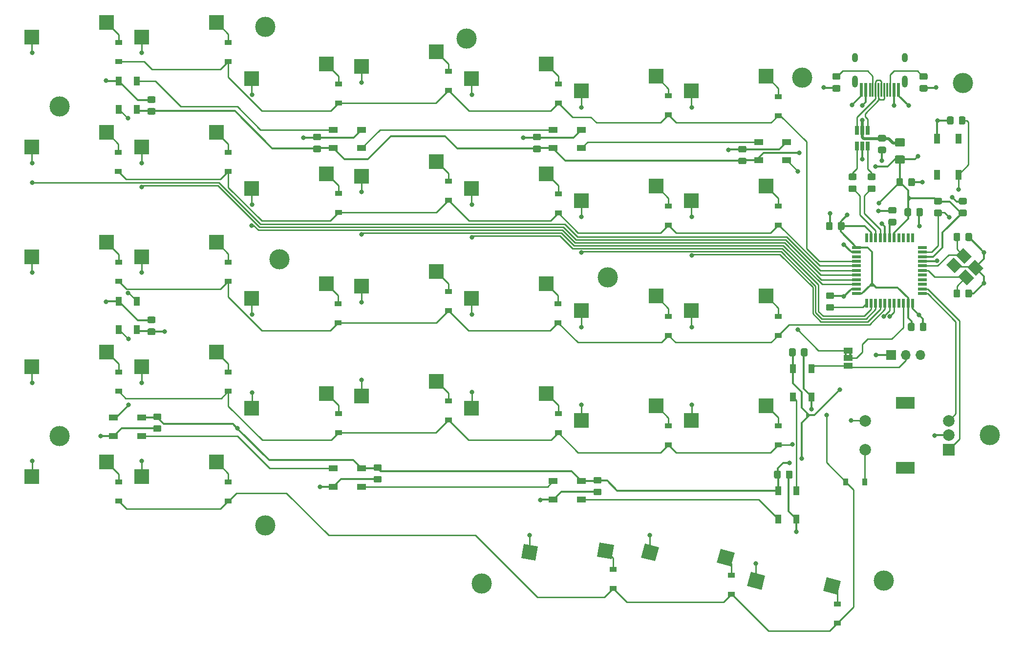
<source format=gbl>
G04 #@! TF.GenerationSoftware,KiCad,Pcbnew,(5.1.6)-1*
G04 #@! TF.CreationDate,2020-07-25T12:49:49+03:00*
G04 #@! TF.ProjectId,ergo33,6572676f-3333-42e6-9b69-6361645f7063,rev?*
G04 #@! TF.SameCoordinates,Original*
G04 #@! TF.FileFunction,Copper,L2,Bot*
G04 #@! TF.FilePolarity,Positive*
%FSLAX46Y46*%
G04 Gerber Fmt 4.6, Leading zero omitted, Abs format (unit mm)*
G04 Created by KiCad (PCBNEW (5.1.6)-1) date 2020-07-25 12:49:49*
%MOMM*%
%LPD*%
G01*
G04 APERTURE LIST*
G04 #@! TA.AperFunction,EtchedComponent*
%ADD10C,0.100000*%
G04 #@! TD*
G04 #@! TA.AperFunction,SMDPad,CuDef*
%ADD11C,0.100000*%
G04 #@! TD*
G04 #@! TA.AperFunction,ComponentPad*
%ADD12C,3.500000*%
G04 #@! TD*
G04 #@! TA.AperFunction,SMDPad,CuDef*
%ADD13R,0.650000X1.560000*%
G04 #@! TD*
G04 #@! TA.AperFunction,SMDPad,CuDef*
%ADD14R,0.600000X2.450000*%
G04 #@! TD*
G04 #@! TA.AperFunction,SMDPad,CuDef*
%ADD15R,0.300000X2.450000*%
G04 #@! TD*
G04 #@! TA.AperFunction,ComponentPad*
%ADD16O,1.000000X2.100000*%
G04 #@! TD*
G04 #@! TA.AperFunction,ComponentPad*
%ADD17O,1.000000X1.600000*%
G04 #@! TD*
G04 #@! TA.AperFunction,SMDPad,CuDef*
%ADD18R,2.550000X2.500000*%
G04 #@! TD*
G04 #@! TA.AperFunction,ComponentPad*
%ADD19C,2.000000*%
G04 #@! TD*
G04 #@! TA.AperFunction,ComponentPad*
%ADD20R,3.200000X2.000000*%
G04 #@! TD*
G04 #@! TA.AperFunction,ComponentPad*
%ADD21R,2.000000X2.000000*%
G04 #@! TD*
G04 #@! TA.AperFunction,SMDPad,CuDef*
%ADD22R,0.550000X1.500000*%
G04 #@! TD*
G04 #@! TA.AperFunction,SMDPad,CuDef*
%ADD23R,1.500000X0.550000*%
G04 #@! TD*
G04 #@! TA.AperFunction,SMDPad,CuDef*
%ADD24R,1.100000X1.800000*%
G04 #@! TD*
G04 #@! TA.AperFunction,SMDPad,CuDef*
%ADD25R,1.000000X1.500000*%
G04 #@! TD*
G04 #@! TA.AperFunction,SMDPad,CuDef*
%ADD26R,1.500000X1.000000*%
G04 #@! TD*
G04 #@! TA.AperFunction,ComponentPad*
%ADD27R,1.700000X1.700000*%
G04 #@! TD*
G04 #@! TA.AperFunction,ComponentPad*
%ADD28O,1.700000X1.700000*%
G04 #@! TD*
G04 #@! TA.AperFunction,SMDPad,CuDef*
%ADD29R,0.900000X1.200000*%
G04 #@! TD*
G04 #@! TA.AperFunction,SMDPad,CuDef*
%ADD30R,1.200000X0.900000*%
G04 #@! TD*
G04 #@! TA.AperFunction,ViaPad*
%ADD31C,0.800000*%
G04 #@! TD*
G04 #@! TA.AperFunction,Conductor*
%ADD32C,0.250000*%
G04 #@! TD*
G04 #@! TA.AperFunction,Conductor*
%ADD33C,0.375000*%
G04 #@! TD*
G04 #@! TA.AperFunction,Conductor*
%ADD34C,0.500000*%
G04 #@! TD*
G04 APERTURE END LIST*
D10*
G36*
X167900000Y-80500000D02*
G01*
X167900000Y-81000000D01*
X168300000Y-81000000D01*
X168300000Y-80500000D01*
X167900000Y-80500000D01*
G37*
G36*
X167100000Y-80500000D02*
G01*
X167100000Y-81000000D01*
X167500000Y-81000000D01*
X167500000Y-80500000D01*
X167100000Y-80500000D01*
G37*
G04 #@! TA.AperFunction,SMDPad,CuDef*
D11*
G36*
X191165066Y-65837968D02*
G01*
X189892274Y-67110760D01*
X188407350Y-65625836D01*
X189680142Y-64353044D01*
X191165066Y-65837968D01*
G37*
G04 #@! TD.AperFunction*
G04 #@! TA.AperFunction,SMDPad,CuDef*
G36*
X189114456Y-63787358D02*
G01*
X187841664Y-65060150D01*
X186356740Y-63575226D01*
X187629532Y-62302434D01*
X189114456Y-63787358D01*
G37*
G04 #@! TD.AperFunction*
G04 #@! TA.AperFunction,SMDPad,CuDef*
G36*
X187488110Y-65413704D02*
G01*
X186215318Y-66686496D01*
X184730394Y-65201572D01*
X186003186Y-63928780D01*
X187488110Y-65413704D01*
G37*
G04 #@! TD.AperFunction*
G04 #@! TA.AperFunction,SMDPad,CuDef*
G36*
X189538720Y-67464314D02*
G01*
X188265928Y-68737106D01*
X186781004Y-67252182D01*
X188053796Y-65979390D01*
X189538720Y-67464314D01*
G37*
G04 #@! TD.AperFunction*
G04 #@! TA.AperFunction,SMDPad,CuDef*
G36*
G01*
X176075000Y-46275000D02*
X177325000Y-46275000D01*
G75*
G02*
X177575000Y-46525000I0J-250000D01*
G01*
X177575000Y-47450000D01*
G75*
G02*
X177325000Y-47700000I-250000J0D01*
G01*
X176075000Y-47700000D01*
G75*
G02*
X175825000Y-47450000I0J250000D01*
G01*
X175825000Y-46525000D01*
G75*
G02*
X176075000Y-46275000I250000J0D01*
G01*
G37*
G04 #@! TD.AperFunction*
G04 #@! TA.AperFunction,SMDPad,CuDef*
G36*
G01*
X176075000Y-43300000D02*
X177325000Y-43300000D01*
G75*
G02*
X177575000Y-43550000I0J-250000D01*
G01*
X177575000Y-44475000D01*
G75*
G02*
X177325000Y-44725000I-250000J0D01*
G01*
X176075000Y-44725000D01*
G75*
G02*
X175825000Y-44475000I0J250000D01*
G01*
X175825000Y-43550000D01*
G75*
G02*
X176075000Y-43300000I250000J0D01*
G01*
G37*
G04 #@! TD.AperFunction*
G04 #@! TA.AperFunction,SMDPad,CuDef*
G36*
G01*
X181250001Y-33150000D02*
X180349999Y-33150000D01*
G75*
G02*
X180100000Y-32900001I0J249999D01*
G01*
X180100000Y-32249999D01*
G75*
G02*
X180349999Y-32000000I249999J0D01*
G01*
X181250001Y-32000000D01*
G75*
G02*
X181500000Y-32249999I0J-249999D01*
G01*
X181500000Y-32900001D01*
G75*
G02*
X181250001Y-33150000I-249999J0D01*
G01*
G37*
G04 #@! TD.AperFunction*
G04 #@! TA.AperFunction,SMDPad,CuDef*
G36*
G01*
X181250001Y-35200000D02*
X180349999Y-35200000D01*
G75*
G02*
X180100000Y-34950001I0J249999D01*
G01*
X180100000Y-34299999D01*
G75*
G02*
X180349999Y-34050000I249999J0D01*
G01*
X181250001Y-34050000D01*
G75*
G02*
X181500000Y-34299999I0J-249999D01*
G01*
X181500000Y-34950001D01*
G75*
G02*
X181250001Y-35200000I-249999J0D01*
G01*
G37*
G04 #@! TD.AperFunction*
G04 #@! TA.AperFunction,SMDPad,CuDef*
G36*
G01*
X166150001Y-33150000D02*
X165249999Y-33150000D01*
G75*
G02*
X165000000Y-32900001I0J249999D01*
G01*
X165000000Y-32249999D01*
G75*
G02*
X165249999Y-32000000I249999J0D01*
G01*
X166150001Y-32000000D01*
G75*
G02*
X166400000Y-32249999I0J-249999D01*
G01*
X166400000Y-32900001D01*
G75*
G02*
X166150001Y-33150000I-249999J0D01*
G01*
G37*
G04 #@! TD.AperFunction*
G04 #@! TA.AperFunction,SMDPad,CuDef*
G36*
G01*
X166150001Y-35200000D02*
X165249999Y-35200000D01*
G75*
G02*
X165000000Y-34950001I0J249999D01*
G01*
X165000000Y-34299999D01*
G75*
G02*
X165249999Y-34050000I249999J0D01*
G01*
X166150001Y-34050000D01*
G75*
G02*
X166400000Y-34299999I0J-249999D01*
G01*
X166400000Y-34950001D01*
G75*
G02*
X166150001Y-35200000I-249999J0D01*
G01*
G37*
G04 #@! TD.AperFunction*
G04 #@! TA.AperFunction,SMDPad,CuDef*
G36*
G01*
X164149999Y-72050000D02*
X165050001Y-72050000D01*
G75*
G02*
X165300000Y-72299999I0J-249999D01*
G01*
X165300000Y-72950001D01*
G75*
G02*
X165050001Y-73200000I-249999J0D01*
G01*
X164149999Y-73200000D01*
G75*
G02*
X163900000Y-72950001I0J249999D01*
G01*
X163900000Y-72299999D01*
G75*
G02*
X164149999Y-72050000I249999J0D01*
G01*
G37*
G04 #@! TD.AperFunction*
G04 #@! TA.AperFunction,SMDPad,CuDef*
G36*
G01*
X164149999Y-70000000D02*
X165050001Y-70000000D01*
G75*
G02*
X165300000Y-70249999I0J-249999D01*
G01*
X165300000Y-70900001D01*
G75*
G02*
X165050001Y-71150000I-249999J0D01*
G01*
X164149999Y-71150000D01*
G75*
G02*
X163900000Y-70900001I0J249999D01*
G01*
X163900000Y-70249999D01*
G75*
G02*
X164149999Y-70000000I249999J0D01*
G01*
G37*
G04 #@! TD.AperFunction*
G04 #@! TA.AperFunction,SMDPad,CuDef*
G36*
G01*
X172250001Y-50550000D02*
X171349999Y-50550000D01*
G75*
G02*
X171100000Y-50300001I0J249999D01*
G01*
X171100000Y-49649999D01*
G75*
G02*
X171349999Y-49400000I249999J0D01*
G01*
X172250001Y-49400000D01*
G75*
G02*
X172500000Y-49649999I0J-249999D01*
G01*
X172500000Y-50300001D01*
G75*
G02*
X172250001Y-50550000I-249999J0D01*
G01*
G37*
G04 #@! TD.AperFunction*
G04 #@! TA.AperFunction,SMDPad,CuDef*
G36*
G01*
X172250001Y-52600000D02*
X171349999Y-52600000D01*
G75*
G02*
X171100000Y-52350001I0J249999D01*
G01*
X171100000Y-51699999D01*
G75*
G02*
X171349999Y-51450000I249999J0D01*
G01*
X172250001Y-51450000D01*
G75*
G02*
X172500000Y-51699999I0J-249999D01*
G01*
X172500000Y-52350001D01*
G75*
G02*
X172250001Y-52600000I-249999J0D01*
G01*
G37*
G04 #@! TD.AperFunction*
G04 #@! TA.AperFunction,SMDPad,CuDef*
G36*
G01*
X168950001Y-50550000D02*
X168049999Y-50550000D01*
G75*
G02*
X167800000Y-50300001I0J249999D01*
G01*
X167800000Y-49649999D01*
G75*
G02*
X168049999Y-49400000I249999J0D01*
G01*
X168950001Y-49400000D01*
G75*
G02*
X169200000Y-49649999I0J-249999D01*
G01*
X169200000Y-50300001D01*
G75*
G02*
X168950001Y-50550000I-249999J0D01*
G01*
G37*
G04 #@! TD.AperFunction*
G04 #@! TA.AperFunction,SMDPad,CuDef*
G36*
G01*
X168950001Y-52600000D02*
X168049999Y-52600000D01*
G75*
G02*
X167800000Y-52350001I0J249999D01*
G01*
X167800000Y-51699999D01*
G75*
G02*
X168049999Y-51450000I249999J0D01*
G01*
X168950001Y-51450000D01*
G75*
G02*
X169200000Y-51699999I0J-249999D01*
G01*
X169200000Y-52350001D01*
G75*
G02*
X168950001Y-52600000I-249999J0D01*
G01*
G37*
G04 #@! TD.AperFunction*
G04 #@! TA.AperFunction,SMDPad,CuDef*
G36*
G01*
X183750001Y-54750000D02*
X182849999Y-54750000D01*
G75*
G02*
X182600000Y-54500001I0J249999D01*
G01*
X182600000Y-53849999D01*
G75*
G02*
X182849999Y-53600000I249999J0D01*
G01*
X183750001Y-53600000D01*
G75*
G02*
X184000000Y-53849999I0J-249999D01*
G01*
X184000000Y-54500001D01*
G75*
G02*
X183750001Y-54750000I-249999J0D01*
G01*
G37*
G04 #@! TD.AperFunction*
G04 #@! TA.AperFunction,SMDPad,CuDef*
G36*
G01*
X183750001Y-56800000D02*
X182849999Y-56800000D01*
G75*
G02*
X182600000Y-56550001I0J249999D01*
G01*
X182600000Y-55899999D01*
G75*
G02*
X182849999Y-55650000I249999J0D01*
G01*
X183750001Y-55650000D01*
G75*
G02*
X184000000Y-55899999I0J-249999D01*
G01*
X184000000Y-56550001D01*
G75*
G02*
X183750001Y-56800000I-249999J0D01*
G01*
G37*
G04 #@! TD.AperFunction*
G04 #@! TA.AperFunction,SMDPad,CuDef*
G36*
G01*
X148949999Y-46650000D02*
X149850001Y-46650000D01*
G75*
G02*
X150100000Y-46899999I0J-249999D01*
G01*
X150100000Y-47550001D01*
G75*
G02*
X149850001Y-47800000I-249999J0D01*
G01*
X148949999Y-47800000D01*
G75*
G02*
X148700000Y-47550001I0J249999D01*
G01*
X148700000Y-46899999D01*
G75*
G02*
X148949999Y-46650000I249999J0D01*
G01*
G37*
G04 #@! TD.AperFunction*
G04 #@! TA.AperFunction,SMDPad,CuDef*
G36*
G01*
X148949999Y-44600000D02*
X149850001Y-44600000D01*
G75*
G02*
X150100000Y-44849999I0J-249999D01*
G01*
X150100000Y-45500001D01*
G75*
G02*
X149850001Y-45750000I-249999J0D01*
G01*
X148949999Y-45750000D01*
G75*
G02*
X148700000Y-45500001I0J249999D01*
G01*
X148700000Y-44849999D01*
G75*
G02*
X148949999Y-44600000I249999J0D01*
G01*
G37*
G04 #@! TD.AperFunction*
G04 #@! TA.AperFunction,SMDPad,CuDef*
G36*
G01*
X174050001Y-43850000D02*
X173149999Y-43850000D01*
G75*
G02*
X172900000Y-43600001I0J249999D01*
G01*
X172900000Y-42949999D01*
G75*
G02*
X173149999Y-42700000I249999J0D01*
G01*
X174050001Y-42700000D01*
G75*
G02*
X174300000Y-42949999I0J-249999D01*
G01*
X174300000Y-43600001D01*
G75*
G02*
X174050001Y-43850000I-249999J0D01*
G01*
G37*
G04 #@! TD.AperFunction*
G04 #@! TA.AperFunction,SMDPad,CuDef*
G36*
G01*
X174050001Y-45900000D02*
X173149999Y-45900000D01*
G75*
G02*
X172900000Y-45650001I0J249999D01*
G01*
X172900000Y-44999999D01*
G75*
G02*
X173149999Y-44750000I249999J0D01*
G01*
X174050001Y-44750000D01*
G75*
G02*
X174300000Y-44999999I0J-249999D01*
G01*
X174300000Y-45650001D01*
G75*
G02*
X174050001Y-45900000I-249999J0D01*
G01*
G37*
G04 #@! TD.AperFunction*
G04 #@! TA.AperFunction,SMDPad,CuDef*
G36*
G01*
X186012500Y-39749999D02*
X186012500Y-40650001D01*
G75*
G02*
X185762501Y-40900000I-249999J0D01*
G01*
X185112499Y-40900000D01*
G75*
G02*
X184862500Y-40650001I0J249999D01*
G01*
X184862500Y-39749999D01*
G75*
G02*
X185112499Y-39500000I249999J0D01*
G01*
X185762501Y-39500000D01*
G75*
G02*
X186012500Y-39749999I0J-249999D01*
G01*
G37*
G04 #@! TD.AperFunction*
G04 #@! TA.AperFunction,SMDPad,CuDef*
G36*
G01*
X188062500Y-39749999D02*
X188062500Y-40650001D01*
G75*
G02*
X187812501Y-40900000I-249999J0D01*
G01*
X187162499Y-40900000D01*
G75*
G02*
X186912500Y-40650001I0J249999D01*
G01*
X186912500Y-39749999D01*
G75*
G02*
X187162499Y-39500000I249999J0D01*
G01*
X187812501Y-39500000D01*
G75*
G02*
X188062500Y-39749999I0J-249999D01*
G01*
G37*
G04 #@! TD.AperFunction*
G04 #@! TA.AperFunction,SMDPad,CuDef*
G36*
G01*
X175850001Y-56350000D02*
X174949999Y-56350000D01*
G75*
G02*
X174700000Y-56100001I0J249999D01*
G01*
X174700000Y-55449999D01*
G75*
G02*
X174949999Y-55200000I249999J0D01*
G01*
X175850001Y-55200000D01*
G75*
G02*
X176100000Y-55449999I0J-249999D01*
G01*
X176100000Y-56100001D01*
G75*
G02*
X175850001Y-56350000I-249999J0D01*
G01*
G37*
G04 #@! TD.AperFunction*
G04 #@! TA.AperFunction,SMDPad,CuDef*
G36*
G01*
X175850001Y-58400000D02*
X174949999Y-58400000D01*
G75*
G02*
X174700000Y-58150001I0J249999D01*
G01*
X174700000Y-57499999D01*
G75*
G02*
X174949999Y-57250000I249999J0D01*
G01*
X175850001Y-57250000D01*
G75*
G02*
X176100000Y-57499999I0J-249999D01*
G01*
X176100000Y-58150001D01*
G75*
G02*
X175850001Y-58400000I-249999J0D01*
G01*
G37*
G04 #@! TD.AperFunction*
G04 #@! TA.AperFunction,SMDPad,CuDef*
G36*
G01*
X165050000Y-58049999D02*
X165050000Y-58950001D01*
G75*
G02*
X164800001Y-59200000I-249999J0D01*
G01*
X164149999Y-59200000D01*
G75*
G02*
X163900000Y-58950001I0J249999D01*
G01*
X163900000Y-58049999D01*
G75*
G02*
X164149999Y-57800000I249999J0D01*
G01*
X164800001Y-57800000D01*
G75*
G02*
X165050000Y-58049999I0J-249999D01*
G01*
G37*
G04 #@! TD.AperFunction*
G04 #@! TA.AperFunction,SMDPad,CuDef*
G36*
G01*
X167100000Y-58049999D02*
X167100000Y-58950001D01*
G75*
G02*
X166850001Y-59200000I-249999J0D01*
G01*
X166199999Y-59200000D01*
G75*
G02*
X165950000Y-58950001I0J249999D01*
G01*
X165950000Y-58049999D01*
G75*
G02*
X166199999Y-57800000I249999J0D01*
G01*
X166850001Y-57800000D01*
G75*
G02*
X167100000Y-58049999I0J-249999D01*
G01*
G37*
G04 #@! TD.AperFunction*
G04 #@! TA.AperFunction,SMDPad,CuDef*
G36*
G01*
X179550000Y-56550001D02*
X179550000Y-55649999D01*
G75*
G02*
X179799999Y-55400000I249999J0D01*
G01*
X180450001Y-55400000D01*
G75*
G02*
X180700000Y-55649999I0J-249999D01*
G01*
X180700000Y-56550001D01*
G75*
G02*
X180450001Y-56800000I-249999J0D01*
G01*
X179799999Y-56800000D01*
G75*
G02*
X179550000Y-56550001I0J249999D01*
G01*
G37*
G04 #@! TD.AperFunction*
G04 #@! TA.AperFunction,SMDPad,CuDef*
G36*
G01*
X177500000Y-56550001D02*
X177500000Y-55649999D01*
G75*
G02*
X177749999Y-55400000I249999J0D01*
G01*
X178400001Y-55400000D01*
G75*
G02*
X178650000Y-55649999I0J-249999D01*
G01*
X178650000Y-56550001D01*
G75*
G02*
X178400001Y-56800000I-249999J0D01*
G01*
X177749999Y-56800000D01*
G75*
G02*
X177500000Y-56550001I0J249999D01*
G01*
G37*
G04 #@! TD.AperFunction*
G04 #@! TA.AperFunction,SMDPad,CuDef*
G36*
G01*
X158650000Y-79949999D02*
X158650000Y-80850001D01*
G75*
G02*
X158400001Y-81100000I-249999J0D01*
G01*
X157749999Y-81100000D01*
G75*
G02*
X157500000Y-80850001I0J249999D01*
G01*
X157500000Y-79949999D01*
G75*
G02*
X157749999Y-79700000I249999J0D01*
G01*
X158400001Y-79700000D01*
G75*
G02*
X158650000Y-79949999I0J-249999D01*
G01*
G37*
G04 #@! TD.AperFunction*
G04 #@! TA.AperFunction,SMDPad,CuDef*
G36*
G01*
X160700000Y-79949999D02*
X160700000Y-80850001D01*
G75*
G02*
X160450001Y-81100000I-249999J0D01*
G01*
X159799999Y-81100000D01*
G75*
G02*
X159550000Y-80850001I0J249999D01*
G01*
X159550000Y-79949999D01*
G75*
G02*
X159799999Y-79700000I249999J0D01*
G01*
X160450001Y-79700000D01*
G75*
G02*
X160700000Y-79949999I0J-249999D01*
G01*
G37*
G04 #@! TD.AperFunction*
G04 #@! TA.AperFunction,SMDPad,CuDef*
G36*
G01*
X156050000Y-101149999D02*
X156050000Y-102050001D01*
G75*
G02*
X155800001Y-102300000I-249999J0D01*
G01*
X155149999Y-102300000D01*
G75*
G02*
X154900000Y-102050001I0J249999D01*
G01*
X154900000Y-101149999D01*
G75*
G02*
X155149999Y-100900000I249999J0D01*
G01*
X155800001Y-100900000D01*
G75*
G02*
X156050000Y-101149999I0J-249999D01*
G01*
G37*
G04 #@! TD.AperFunction*
G04 #@! TA.AperFunction,SMDPad,CuDef*
G36*
G01*
X158100000Y-101149999D02*
X158100000Y-102050001D01*
G75*
G02*
X157850001Y-102300000I-249999J0D01*
G01*
X157199999Y-102300000D01*
G75*
G02*
X156950000Y-102050001I0J249999D01*
G01*
X156950000Y-101149999D01*
G75*
G02*
X157199999Y-100900000I249999J0D01*
G01*
X157850001Y-100900000D01*
G75*
G02*
X158100000Y-101149999I0J-249999D01*
G01*
G37*
G04 #@! TD.AperFunction*
G04 #@! TA.AperFunction,SMDPad,CuDef*
G36*
G01*
X124750001Y-103150000D02*
X123849999Y-103150000D01*
G75*
G02*
X123600000Y-102900001I0J249999D01*
G01*
X123600000Y-102249999D01*
G75*
G02*
X123849999Y-102000000I249999J0D01*
G01*
X124750001Y-102000000D01*
G75*
G02*
X125000000Y-102249999I0J-249999D01*
G01*
X125000000Y-102900001D01*
G75*
G02*
X124750001Y-103150000I-249999J0D01*
G01*
G37*
G04 #@! TD.AperFunction*
G04 #@! TA.AperFunction,SMDPad,CuDef*
G36*
G01*
X124750001Y-105200000D02*
X123849999Y-105200000D01*
G75*
G02*
X123600000Y-104950001I0J249999D01*
G01*
X123600000Y-104299999D01*
G75*
G02*
X123849999Y-104050000I249999J0D01*
G01*
X124750001Y-104050000D01*
G75*
G02*
X125000000Y-104299999I0J-249999D01*
G01*
X125000000Y-104950001D01*
G75*
G02*
X124750001Y-105200000I-249999J0D01*
G01*
G37*
G04 #@! TD.AperFunction*
G04 #@! TA.AperFunction,SMDPad,CuDef*
G36*
G01*
X86650001Y-100950000D02*
X85749999Y-100950000D01*
G75*
G02*
X85500000Y-100700001I0J249999D01*
G01*
X85500000Y-100049999D01*
G75*
G02*
X85749999Y-99800000I249999J0D01*
G01*
X86650001Y-99800000D01*
G75*
G02*
X86900000Y-100049999I0J-249999D01*
G01*
X86900000Y-100700001D01*
G75*
G02*
X86650001Y-100950000I-249999J0D01*
G01*
G37*
G04 #@! TD.AperFunction*
G04 #@! TA.AperFunction,SMDPad,CuDef*
G36*
G01*
X86650001Y-103000000D02*
X85749999Y-103000000D01*
G75*
G02*
X85500000Y-102750001I0J249999D01*
G01*
X85500000Y-102099999D01*
G75*
G02*
X85749999Y-101850000I249999J0D01*
G01*
X86650001Y-101850000D01*
G75*
G02*
X86900000Y-102099999I0J-249999D01*
G01*
X86900000Y-102750001D01*
G75*
G02*
X86650001Y-103000000I-249999J0D01*
G01*
G37*
G04 #@! TD.AperFunction*
G04 #@! TA.AperFunction,SMDPad,CuDef*
G36*
G01*
X48450001Y-92150000D02*
X47549999Y-92150000D01*
G75*
G02*
X47300000Y-91900001I0J249999D01*
G01*
X47300000Y-91249999D01*
G75*
G02*
X47549999Y-91000000I249999J0D01*
G01*
X48450001Y-91000000D01*
G75*
G02*
X48700000Y-91249999I0J-249999D01*
G01*
X48700000Y-91900001D01*
G75*
G02*
X48450001Y-92150000I-249999J0D01*
G01*
G37*
G04 #@! TD.AperFunction*
G04 #@! TA.AperFunction,SMDPad,CuDef*
G36*
G01*
X48450001Y-94200000D02*
X47549999Y-94200000D01*
G75*
G02*
X47300000Y-93950001I0J249999D01*
G01*
X47300000Y-93299999D01*
G75*
G02*
X47549999Y-93050000I249999J0D01*
G01*
X48450001Y-93050000D01*
G75*
G02*
X48700000Y-93299999I0J-249999D01*
G01*
X48700000Y-93950001D01*
G75*
G02*
X48450001Y-94200000I-249999J0D01*
G01*
G37*
G04 #@! TD.AperFunction*
G04 #@! TA.AperFunction,SMDPad,CuDef*
G36*
G01*
X46549999Y-76250000D02*
X47450001Y-76250000D01*
G75*
G02*
X47700000Y-76499999I0J-249999D01*
G01*
X47700000Y-77150001D01*
G75*
G02*
X47450001Y-77400000I-249999J0D01*
G01*
X46549999Y-77400000D01*
G75*
G02*
X46300000Y-77150001I0J249999D01*
G01*
X46300000Y-76499999D01*
G75*
G02*
X46549999Y-76250000I249999J0D01*
G01*
G37*
G04 #@! TD.AperFunction*
G04 #@! TA.AperFunction,SMDPad,CuDef*
G36*
G01*
X46549999Y-74200000D02*
X47450001Y-74200000D01*
G75*
G02*
X47700000Y-74449999I0J-249999D01*
G01*
X47700000Y-75100001D01*
G75*
G02*
X47450001Y-75350000I-249999J0D01*
G01*
X46549999Y-75350000D01*
G75*
G02*
X46300000Y-75100001I0J249999D01*
G01*
X46300000Y-74449999D01*
G75*
G02*
X46549999Y-74200000I249999J0D01*
G01*
G37*
G04 #@! TD.AperFunction*
G04 #@! TA.AperFunction,SMDPad,CuDef*
G36*
G01*
X46549999Y-38050000D02*
X47450001Y-38050000D01*
G75*
G02*
X47700000Y-38299999I0J-249999D01*
G01*
X47700000Y-38950001D01*
G75*
G02*
X47450001Y-39200000I-249999J0D01*
G01*
X46549999Y-39200000D01*
G75*
G02*
X46300000Y-38950001I0J249999D01*
G01*
X46300000Y-38299999D01*
G75*
G02*
X46549999Y-38050000I249999J0D01*
G01*
G37*
G04 #@! TD.AperFunction*
G04 #@! TA.AperFunction,SMDPad,CuDef*
G36*
G01*
X46549999Y-36000000D02*
X47450001Y-36000000D01*
G75*
G02*
X47700000Y-36249999I0J-249999D01*
G01*
X47700000Y-36900001D01*
G75*
G02*
X47450001Y-37150000I-249999J0D01*
G01*
X46549999Y-37150000D01*
G75*
G02*
X46300000Y-36900001I0J249999D01*
G01*
X46300000Y-36249999D01*
G75*
G02*
X46549999Y-36000000I249999J0D01*
G01*
G37*
G04 #@! TD.AperFunction*
G04 #@! TA.AperFunction,SMDPad,CuDef*
G36*
G01*
X75249999Y-44550000D02*
X76150001Y-44550000D01*
G75*
G02*
X76400000Y-44799999I0J-249999D01*
G01*
X76400000Y-45450001D01*
G75*
G02*
X76150001Y-45700000I-249999J0D01*
G01*
X75249999Y-45700000D01*
G75*
G02*
X75000000Y-45450001I0J249999D01*
G01*
X75000000Y-44799999D01*
G75*
G02*
X75249999Y-44550000I249999J0D01*
G01*
G37*
G04 #@! TD.AperFunction*
G04 #@! TA.AperFunction,SMDPad,CuDef*
G36*
G01*
X75249999Y-42500000D02*
X76150001Y-42500000D01*
G75*
G02*
X76400000Y-42749999I0J-249999D01*
G01*
X76400000Y-43400001D01*
G75*
G02*
X76150001Y-43650000I-249999J0D01*
G01*
X75249999Y-43650000D01*
G75*
G02*
X75000000Y-43400001I0J249999D01*
G01*
X75000000Y-42749999D01*
G75*
G02*
X75249999Y-42500000I249999J0D01*
G01*
G37*
G04 #@! TD.AperFunction*
G04 #@! TA.AperFunction,SMDPad,CuDef*
G36*
G01*
X113349999Y-44550000D02*
X114250001Y-44550000D01*
G75*
G02*
X114500000Y-44799999I0J-249999D01*
G01*
X114500000Y-45450001D01*
G75*
G02*
X114250001Y-45700000I-249999J0D01*
G01*
X113349999Y-45700000D01*
G75*
G02*
X113100000Y-45450001I0J249999D01*
G01*
X113100000Y-44799999D01*
G75*
G02*
X113349999Y-44550000I249999J0D01*
G01*
G37*
G04 #@! TD.AperFunction*
G04 #@! TA.AperFunction,SMDPad,CuDef*
G36*
G01*
X113349999Y-42500000D02*
X114250001Y-42500000D01*
G75*
G02*
X114500000Y-42749999I0J-249999D01*
G01*
X114500000Y-43400001D01*
G75*
G02*
X114250001Y-43650000I-249999J0D01*
G01*
X113349999Y-43650000D01*
G75*
G02*
X113100000Y-43400001I0J249999D01*
G01*
X113100000Y-42749999D01*
G75*
G02*
X113349999Y-42500000I249999J0D01*
G01*
G37*
G04 #@! TD.AperFunction*
G04 #@! TA.AperFunction,SMDPad,CuDef*
G36*
G01*
X178150000Y-51350001D02*
X178150000Y-50449999D01*
G75*
G02*
X178399999Y-50200000I249999J0D01*
G01*
X179050001Y-50200000D01*
G75*
G02*
X179300000Y-50449999I0J-249999D01*
G01*
X179300000Y-51350001D01*
G75*
G02*
X179050001Y-51600000I-249999J0D01*
G01*
X178399999Y-51600000D01*
G75*
G02*
X178150000Y-51350001I0J249999D01*
G01*
G37*
G04 #@! TD.AperFunction*
G04 #@! TA.AperFunction,SMDPad,CuDef*
G36*
G01*
X176100000Y-51350001D02*
X176100000Y-50449999D01*
G75*
G02*
X176349999Y-50200000I249999J0D01*
G01*
X177000001Y-50200000D01*
G75*
G02*
X177250000Y-50449999I0J-249999D01*
G01*
X177250000Y-51350001D01*
G75*
G02*
X177000001Y-51600000I-249999J0D01*
G01*
X176349999Y-51600000D01*
G75*
G02*
X176100000Y-51350001I0J249999D01*
G01*
G37*
G04 #@! TD.AperFunction*
G04 #@! TA.AperFunction,SMDPad,CuDef*
G36*
G01*
X180150000Y-76450001D02*
X180150000Y-75549999D01*
G75*
G02*
X180399999Y-75300000I249999J0D01*
G01*
X181050001Y-75300000D01*
G75*
G02*
X181300000Y-75549999I0J-249999D01*
G01*
X181300000Y-76450001D01*
G75*
G02*
X181050001Y-76700000I-249999J0D01*
G01*
X180399999Y-76700000D01*
G75*
G02*
X180150000Y-76450001I0J249999D01*
G01*
G37*
G04 #@! TD.AperFunction*
G04 #@! TA.AperFunction,SMDPad,CuDef*
G36*
G01*
X178100000Y-76450001D02*
X178100000Y-75549999D01*
G75*
G02*
X178349999Y-75300000I249999J0D01*
G01*
X179000001Y-75300000D01*
G75*
G02*
X179250000Y-75549999I0J-249999D01*
G01*
X179250000Y-76450001D01*
G75*
G02*
X179000001Y-76700000I-249999J0D01*
G01*
X178349999Y-76700000D01*
G75*
G02*
X178100000Y-76450001I0J249999D01*
G01*
G37*
G04 #@! TD.AperFunction*
G04 #@! TA.AperFunction,SMDPad,CuDef*
G36*
G01*
X188050001Y-54750000D02*
X187149999Y-54750000D01*
G75*
G02*
X186900000Y-54500001I0J249999D01*
G01*
X186900000Y-53849999D01*
G75*
G02*
X187149999Y-53600000I249999J0D01*
G01*
X188050001Y-53600000D01*
G75*
G02*
X188300000Y-53849999I0J-249999D01*
G01*
X188300000Y-54500001D01*
G75*
G02*
X188050001Y-54750000I-249999J0D01*
G01*
G37*
G04 #@! TD.AperFunction*
G04 #@! TA.AperFunction,SMDPad,CuDef*
G36*
G01*
X188050001Y-56800000D02*
X187149999Y-56800000D01*
G75*
G02*
X186900000Y-56550001I0J249999D01*
G01*
X186900000Y-55899999D01*
G75*
G02*
X187149999Y-55650000I249999J0D01*
G01*
X188050001Y-55650000D01*
G75*
G02*
X188300000Y-55899999I0J-249999D01*
G01*
X188300000Y-56550001D01*
G75*
G02*
X188050001Y-56800000I-249999J0D01*
G01*
G37*
G04 #@! TD.AperFunction*
G04 #@! TA.AperFunction,SMDPad,CuDef*
G36*
G01*
X187150000Y-59949999D02*
X187150000Y-60850001D01*
G75*
G02*
X186900001Y-61100000I-249999J0D01*
G01*
X186249999Y-61100000D01*
G75*
G02*
X186000000Y-60850001I0J249999D01*
G01*
X186000000Y-59949999D01*
G75*
G02*
X186249999Y-59700000I249999J0D01*
G01*
X186900001Y-59700000D01*
G75*
G02*
X187150000Y-59949999I0J-249999D01*
G01*
G37*
G04 #@! TD.AperFunction*
G04 #@! TA.AperFunction,SMDPad,CuDef*
G36*
G01*
X189200000Y-59949999D02*
X189200000Y-60850001D01*
G75*
G02*
X188950001Y-61100000I-249999J0D01*
G01*
X188299999Y-61100000D01*
G75*
G02*
X188050000Y-60850001I0J249999D01*
G01*
X188050000Y-59949999D01*
G75*
G02*
X188299999Y-59700000I249999J0D01*
G01*
X188950001Y-59700000D01*
G75*
G02*
X189200000Y-59949999I0J-249999D01*
G01*
G37*
G04 #@! TD.AperFunction*
G04 #@! TA.AperFunction,SMDPad,CuDef*
G36*
G01*
X187150000Y-69749999D02*
X187150000Y-70650001D01*
G75*
G02*
X186900001Y-70900000I-249999J0D01*
G01*
X186249999Y-70900000D01*
G75*
G02*
X186000000Y-70650001I0J249999D01*
G01*
X186000000Y-69749999D01*
G75*
G02*
X186249999Y-69500000I249999J0D01*
G01*
X186900001Y-69500000D01*
G75*
G02*
X187150000Y-69749999I0J-249999D01*
G01*
G37*
G04 #@! TD.AperFunction*
G04 #@! TA.AperFunction,SMDPad,CuDef*
G36*
G01*
X189200000Y-69749999D02*
X189200000Y-70650001D01*
G75*
G02*
X188950001Y-70900000I-249999J0D01*
G01*
X188299999Y-70900000D01*
G75*
G02*
X188050000Y-70650001I0J249999D01*
G01*
X188050000Y-69749999D01*
G75*
G02*
X188299999Y-69500000I249999J0D01*
G01*
X188950001Y-69500000D01*
G75*
G02*
X189200000Y-69749999I0J-249999D01*
G01*
G37*
G04 #@! TD.AperFunction*
D12*
X159800000Y-32800000D03*
X126100000Y-67400000D03*
X101600000Y-26000000D03*
X66700000Y-24000000D03*
X69200000Y-64300000D03*
X31100000Y-37800000D03*
X31050000Y-94950000D03*
X66700000Y-110400000D03*
X104200000Y-120500000D03*
X173900000Y-120000000D03*
X192250000Y-94790000D03*
X187600000Y-33700000D03*
D13*
X170200000Y-41950000D03*
X171150000Y-41950000D03*
X169250000Y-41950000D03*
X169250000Y-44650000D03*
X170200000Y-44650000D03*
X171150000Y-44650000D03*
D14*
X176479999Y-34895000D03*
X170029999Y-34895000D03*
X175704999Y-34895000D03*
X170804999Y-34895000D03*
D15*
X171504999Y-34895000D03*
X175004999Y-34895000D03*
X172004999Y-34895000D03*
X174504999Y-34895000D03*
X172504999Y-34895000D03*
X174004999Y-34895000D03*
X173504999Y-34895000D03*
X173004999Y-34895000D03*
D16*
X168934999Y-33480000D03*
X177574999Y-33480000D03*
D17*
X168934999Y-29300000D03*
X177574999Y-29300000D03*
D18*
X140552500Y-54147500D03*
X153479500Y-51607500D03*
X45302500Y-44797500D03*
X58229500Y-42257500D03*
X102452500Y-51997500D03*
X115379500Y-49457500D03*
X64352500Y-71047500D03*
X77279500Y-68507500D03*
D19*
X170667500Y-92291250D03*
X170667500Y-97291250D03*
D20*
X177667500Y-89191250D03*
X177667500Y-100391250D03*
D19*
X185167500Y-92291250D03*
X185167500Y-94791250D03*
D21*
X185167500Y-97291250D03*
D22*
X170912500Y-60511250D03*
X171712500Y-60511250D03*
X172512500Y-60511250D03*
X173312500Y-60511250D03*
X174112500Y-60511250D03*
X174912500Y-60511250D03*
X175712500Y-60511250D03*
X176512500Y-60511250D03*
X177312500Y-60511250D03*
X178112500Y-60511250D03*
X178912500Y-60511250D03*
D23*
X180612500Y-62211250D03*
X180612500Y-63011250D03*
X180612500Y-63811250D03*
X180612500Y-64611250D03*
X180612500Y-65411250D03*
X180612500Y-66211250D03*
X180612500Y-67011250D03*
X180612500Y-67811250D03*
X180612500Y-68611250D03*
X180612500Y-69411250D03*
X180612500Y-70211250D03*
D22*
X178912500Y-71911250D03*
X178112500Y-71911250D03*
X177312500Y-71911250D03*
X176512500Y-71911250D03*
X175712500Y-71911250D03*
X174912500Y-71911250D03*
X174112500Y-71911250D03*
X173312500Y-71911250D03*
X172512500Y-71911250D03*
X171712500Y-71911250D03*
X170912500Y-71911250D03*
D23*
X169212500Y-70211250D03*
X169212500Y-69411250D03*
X169212500Y-68611250D03*
X169212500Y-67811250D03*
X169212500Y-67011250D03*
X169212500Y-66211250D03*
X169212500Y-65411250D03*
X169212500Y-64611250D03*
X169212500Y-63811250D03*
X169212500Y-63011250D03*
X169212500Y-62211250D03*
D24*
X183150000Y-43400000D03*
X186850000Y-49600000D03*
X186850000Y-43400000D03*
X183150000Y-49600000D03*
G04 #@! TA.AperFunction,SMDPad,CuDef*
D11*
G36*
X150242487Y-120908978D02*
G01*
X150889534Y-118494163D01*
X153352645Y-119154152D01*
X152705598Y-121568967D01*
X150242487Y-120908978D01*
G37*
G04 #@! TD.AperFunction*
G04 #@! TA.AperFunction,SMDPad,CuDef*
G36*
X163386410Y-121801281D02*
G01*
X164033457Y-119386466D01*
X166496568Y-120046455D01*
X165849521Y-122461270D01*
X163386410Y-121801281D01*
G37*
G04 #@! TD.AperFunction*
G04 #@! TA.AperFunction,SMDPad,CuDef*
G36*
X131842487Y-115977728D02*
G01*
X132489534Y-113562913D01*
X134952645Y-114222902D01*
X134305598Y-116637717D01*
X131842487Y-115977728D01*
G37*
G04 #@! TD.AperFunction*
G04 #@! TA.AperFunction,SMDPad,CuDef*
G36*
X144986410Y-116870031D02*
G01*
X145633457Y-114455216D01*
X148096568Y-115115205D01*
X147449521Y-117530020D01*
X144986410Y-116870031D01*
G37*
G04 #@! TD.AperFunction*
G04 #@! TA.AperFunction,SMDPad,CuDef*
G36*
X111053513Y-116065399D02*
G01*
X111487633Y-113603380D01*
X113998893Y-114046183D01*
X113564773Y-116508202D01*
X111053513Y-116065399D01*
G37*
G04 #@! TD.AperFunction*
G04 #@! TA.AperFunction,SMDPad,CuDef*
G36*
X124225190Y-115808737D02*
G01*
X124659310Y-113346718D01*
X127170570Y-113789521D01*
X126736450Y-116251540D01*
X124225190Y-115808737D01*
G37*
G04 #@! TD.AperFunction*
D18*
X45302500Y-101947500D03*
X58229500Y-99407500D03*
X26252500Y-101947500D03*
X39179500Y-99407500D03*
X140552500Y-92247500D03*
X153479500Y-89707500D03*
X121502500Y-92247500D03*
X134429500Y-89707500D03*
X102452500Y-90097500D03*
X115379500Y-87557500D03*
X83402500Y-87947500D03*
X96329500Y-85407500D03*
X64352500Y-90097500D03*
X77279500Y-87557500D03*
X45302500Y-82897500D03*
X58229500Y-80357500D03*
X26252500Y-82897500D03*
X39179500Y-80357500D03*
X140552500Y-73197500D03*
X153479500Y-70657500D03*
X121502500Y-73197500D03*
X134429500Y-70657500D03*
X102452500Y-71047500D03*
X115379500Y-68507500D03*
X83402500Y-68897500D03*
X96329500Y-66357500D03*
X45302500Y-63847500D03*
X58229500Y-61307500D03*
X26252500Y-63847500D03*
X39179500Y-61307500D03*
X121502500Y-54147500D03*
X134429500Y-51607500D03*
X83402500Y-49847500D03*
X96329500Y-47307500D03*
X64352500Y-51997500D03*
X77279500Y-49457500D03*
X26252500Y-44797500D03*
X39179500Y-42257500D03*
X140552500Y-35097500D03*
X153479500Y-32557500D03*
X121502500Y-35097500D03*
X134429500Y-32557500D03*
X102452500Y-32947500D03*
X115379500Y-30407500D03*
X83402500Y-30797500D03*
X96329500Y-28257500D03*
X64352500Y-32947500D03*
X77279500Y-30407500D03*
X45302500Y-25747500D03*
X58229500Y-23207500D03*
X26252500Y-25747500D03*
X39179500Y-23207500D03*
D25*
X158200000Y-83207000D03*
X161400000Y-83207000D03*
X158200000Y-88107000D03*
X161400000Y-88107000D03*
X155600000Y-104381250D03*
X158800000Y-104381250D03*
X155600000Y-109281250D03*
X158800000Y-109281250D03*
D26*
X121512500Y-102737500D03*
X121512500Y-105937500D03*
X116612500Y-102737500D03*
X116612500Y-105937500D03*
X83387500Y-100500000D03*
X83387500Y-103700000D03*
X78487500Y-100500000D03*
X78487500Y-103700000D03*
X45312500Y-91700000D03*
X45312500Y-94900000D03*
X40412500Y-91700000D03*
X40412500Y-94900000D03*
D25*
X44500000Y-76450000D03*
X41300000Y-76450000D03*
X44500000Y-71550000D03*
X41300000Y-71550000D03*
X44500000Y-38250000D03*
X41300000Y-38250000D03*
X44500000Y-33350000D03*
X41300000Y-33350000D03*
D26*
X78512500Y-45000000D03*
X78512500Y-41800000D03*
X83412500Y-45000000D03*
X83412500Y-41800000D03*
X116612500Y-45000000D03*
X116612500Y-41800000D03*
X121512500Y-45000000D03*
X121512500Y-41800000D03*
X152200000Y-47118750D03*
X152200000Y-43918750D03*
X157100000Y-47118750D03*
X157100000Y-43918750D03*
X167700000Y-80100000D03*
X167700000Y-82700000D03*
X167700000Y-81400000D03*
D27*
X175142500Y-80900000D03*
D28*
X177682500Y-80900000D03*
X180222500Y-80900000D03*
D29*
X170650000Y-102900000D03*
X167350000Y-102900000D03*
D30*
X165900000Y-124050000D03*
X165900000Y-127350000D03*
X147500000Y-119050000D03*
X147500000Y-122350000D03*
X127000000Y-118050000D03*
X127000000Y-121350000D03*
X60300000Y-102850000D03*
X60300000Y-106150000D03*
X41300000Y-102850000D03*
X41300000Y-106150000D03*
X155600000Y-93150000D03*
X155600000Y-96450000D03*
X136600000Y-93150000D03*
X136600000Y-96450000D03*
X117500000Y-91050000D03*
X117500000Y-94350000D03*
X98500000Y-88850000D03*
X98500000Y-92150000D03*
X79400000Y-91050000D03*
X79400000Y-94350000D03*
X60325000Y-83850000D03*
X60325000Y-87150000D03*
X41300000Y-83850000D03*
X41300000Y-87150000D03*
X155600000Y-74150000D03*
X155600000Y-77450000D03*
X136600000Y-74150000D03*
X136600000Y-77450000D03*
X117475000Y-71950000D03*
X117475000Y-75250000D03*
X98500000Y-69850000D03*
X98500000Y-73150000D03*
X79375000Y-71950000D03*
X79375000Y-75250000D03*
X60325000Y-64750000D03*
X60325000Y-68050000D03*
X41300000Y-64750000D03*
X41300000Y-68050000D03*
X155600000Y-55050000D03*
X155600000Y-58350000D03*
X136600000Y-55050000D03*
X136600000Y-58350000D03*
X117500000Y-52950000D03*
X117500000Y-56250000D03*
X98500000Y-50750000D03*
X98500000Y-54050000D03*
X79400000Y-52850000D03*
X79400000Y-56150000D03*
X60325000Y-45750000D03*
X60325000Y-49050000D03*
X41275000Y-49050000D03*
X41275000Y-45750000D03*
X155600000Y-36050000D03*
X155600000Y-39350000D03*
X136600000Y-35950000D03*
X136600000Y-39250000D03*
X117500000Y-33850000D03*
X117500000Y-37150000D03*
X98500000Y-31650000D03*
X98500000Y-34950000D03*
X79400000Y-33850000D03*
X79400000Y-37150000D03*
X60300000Y-26650000D03*
X60300000Y-29950000D03*
X41300000Y-26650000D03*
X41300000Y-29950000D03*
D31*
X167000000Y-61700000D03*
X167000000Y-70700000D03*
X173600000Y-58100000D03*
X173000000Y-55900000D03*
X180100000Y-58500000D03*
X183100000Y-64500000D03*
X180000000Y-73900000D03*
X147000000Y-45300000D03*
X111400000Y-43200000D03*
X39100000Y-33300000D03*
X39100000Y-71600000D03*
X73300000Y-43200000D03*
X38200000Y-94900000D03*
X76200000Y-103700000D03*
X158800000Y-111500000D03*
X161400000Y-90300000D03*
X114400000Y-106000000D03*
X164600000Y-56300000D03*
X185800000Y-53500000D03*
X182700000Y-94800000D03*
X183200000Y-40200000D03*
X163500000Y-34500000D03*
X183000000Y-34500000D03*
X173600000Y-47200000D03*
X170200000Y-46900000D03*
X180600000Y-50900000D03*
X191300000Y-63100000D03*
X191300000Y-68400000D03*
X178200000Y-37600000D03*
X168400000Y-37500000D03*
X172600000Y-80900000D03*
X159300000Y-45800000D03*
X61900000Y-93600000D03*
X49300000Y-76800000D03*
X157600000Y-99600000D03*
X173100000Y-54500000D03*
X179800000Y-46400000D03*
X172500000Y-48200000D03*
X167600000Y-56600000D03*
X159700000Y-98800000D03*
X166300000Y-86900000D03*
X158075000Y-96400000D03*
X173874528Y-74174528D03*
X164013711Y-91302448D03*
X174900000Y-74200000D03*
X42900000Y-39800000D03*
X42900000Y-70125000D03*
X43000000Y-78100000D03*
X43000000Y-89500000D03*
X26300000Y-28500000D03*
X26300000Y-99200000D03*
X26300000Y-47600000D03*
X26300000Y-85700000D03*
X26300000Y-66600000D03*
X26300000Y-51000000D03*
X45300000Y-85700000D03*
X45300000Y-28500000D03*
X45300000Y-47600000D03*
X45300000Y-66600000D03*
X45300000Y-99200000D03*
X45300000Y-51725000D03*
X64400000Y-35700000D03*
X64400000Y-87400000D03*
X64400000Y-54800000D03*
X64400000Y-73800000D03*
X64387347Y-58412653D03*
X83400000Y-33600000D03*
X83400000Y-85200000D03*
X83400000Y-52600000D03*
X83400000Y-71700000D03*
X112500000Y-112100000D03*
X83400000Y-59925000D03*
X102500000Y-35700000D03*
X102500000Y-87300000D03*
X102500000Y-54800000D03*
X102500000Y-73800000D03*
X133400000Y-112100000D03*
X102500000Y-60425000D03*
X121500000Y-37900000D03*
X121500000Y-89500000D03*
X121500000Y-56900000D03*
X121500000Y-76000000D03*
X151700000Y-117000000D03*
X121500000Y-63125000D03*
X140600000Y-37900000D03*
X140600000Y-89500000D03*
X140600000Y-76000000D03*
X140600000Y-56900000D03*
X168200000Y-92200000D03*
X140600000Y-63625000D03*
X159000000Y-49000000D03*
X159000000Y-76500000D03*
X185300000Y-57000000D03*
X186900000Y-52200000D03*
X170200000Y-40100000D03*
X170200000Y-37600000D03*
X175700000Y-37600000D03*
D32*
X186700000Y-70162500D02*
X186662500Y-70200000D01*
X186575000Y-68943110D02*
X188159862Y-67358248D01*
X186575000Y-70200000D02*
X186575000Y-68943110D01*
X182759498Y-67358248D02*
X188159862Y-67358248D01*
X181612500Y-66211250D02*
X182759498Y-67358248D01*
X180612500Y-66211250D02*
X181612500Y-66211250D01*
D33*
X186568871Y-65342994D02*
X186712059Y-65486181D01*
X180637500Y-76000000D02*
X180700000Y-76000000D01*
X174112500Y-60511250D02*
X174112500Y-58612500D01*
X174112500Y-58612500D02*
X173600000Y-58100000D01*
X175400000Y-55862500D02*
X173037500Y-55862500D01*
X173037500Y-55862500D02*
X173000000Y-55900000D01*
X180037500Y-56100000D02*
X180037500Y-58437500D01*
X180037500Y-58437500D02*
X180100000Y-58500000D01*
X180612500Y-64611250D02*
X182988750Y-64611250D01*
X182988750Y-64611250D02*
X183100000Y-64500000D01*
X188537500Y-70200000D02*
X188600000Y-70200000D01*
X178912500Y-71911250D02*
X178912500Y-72812500D01*
X178912500Y-72812500D02*
X180000000Y-73900000D01*
X180000000Y-73900000D02*
X180700000Y-74600000D01*
X180700000Y-75937500D02*
X180637500Y-76000000D01*
X180700000Y-74600000D02*
X180700000Y-75937500D01*
X168288750Y-69411250D02*
X169212500Y-69411250D01*
X167000000Y-70700000D02*
X168288750Y-69411250D01*
X168311250Y-63011250D02*
X169212500Y-63011250D01*
X167000000Y-61700000D02*
X168311250Y-63011250D01*
X82050000Y-43162500D02*
X83412500Y-41800000D01*
X75700000Y-43162500D02*
X82050000Y-43162500D01*
X120150000Y-43162500D02*
X121512500Y-41800000D01*
X113800000Y-43162500D02*
X120150000Y-43162500D01*
X155756250Y-45262500D02*
X157100000Y-43918750D01*
X149400000Y-45262500D02*
X155756250Y-45262500D01*
X44612500Y-36662500D02*
X41300000Y-33350000D01*
X47000000Y-36662500D02*
X44612500Y-36662500D01*
X149400000Y-45262500D02*
X147037500Y-45262500D01*
X147037500Y-45262500D02*
X147000000Y-45300000D01*
X113800000Y-43162500D02*
X111437500Y-43162500D01*
X111437500Y-43162500D02*
X111400000Y-43200000D01*
X41300000Y-33350000D02*
X39150000Y-33350000D01*
X39150000Y-33350000D02*
X39100000Y-33300000D01*
X44612500Y-74862500D02*
X41300000Y-71550000D01*
X47000000Y-74862500D02*
X44612500Y-74862500D01*
X41300000Y-71550000D02*
X39150000Y-71550000D01*
X39150000Y-71550000D02*
X39100000Y-71600000D01*
X75700000Y-43162500D02*
X73337500Y-43162500D01*
X73337500Y-43162500D02*
X73300000Y-43200000D01*
X40412500Y-94900000D02*
X40500000Y-94900000D01*
X41862500Y-93537500D02*
X48000000Y-93537500D01*
X40500000Y-94900000D02*
X41862500Y-93537500D01*
X40412500Y-94900000D02*
X38200000Y-94900000D01*
X78487500Y-103700000D02*
X78500000Y-103700000D01*
X79862500Y-102337500D02*
X86200000Y-102337500D01*
X78500000Y-103700000D02*
X79862500Y-102337500D01*
X78487500Y-103700000D02*
X76200000Y-103700000D01*
X116612500Y-105937500D02*
X116662500Y-105937500D01*
X118062500Y-104537500D02*
X124300000Y-104537500D01*
X116662500Y-105937500D02*
X118062500Y-104537500D01*
X158800000Y-109281250D02*
X158781250Y-109281250D01*
X157437500Y-107937500D02*
X157437500Y-101600000D01*
X158781250Y-109281250D02*
X157437500Y-107937500D01*
X158800000Y-109281250D02*
X158800000Y-111500000D01*
X161400000Y-88107000D02*
X161400000Y-88100000D01*
X160037500Y-86737500D02*
X160037500Y-80400000D01*
X161400000Y-88100000D02*
X160037500Y-86737500D01*
X161400000Y-88107000D02*
X161400000Y-90300000D01*
X116612500Y-105937500D02*
X114462500Y-105937500D01*
X114462500Y-105937500D02*
X114400000Y-106000000D01*
X164562500Y-58500000D02*
X164562500Y-56337500D01*
X164562500Y-56337500D02*
X164600000Y-56300000D01*
X187600000Y-54262500D02*
X186562500Y-54262500D01*
X186562500Y-54262500D02*
X185800000Y-53500000D01*
X185167500Y-94791250D02*
X182708750Y-94791250D01*
X182708750Y-94791250D02*
X182700000Y-94800000D01*
X183150000Y-43400000D02*
X183150000Y-40250000D01*
X183150000Y-40250000D02*
X183200000Y-40200000D01*
X183200000Y-40200000D02*
X185525000Y-40200000D01*
X166962500Y-70662500D02*
X167000000Y-70700000D01*
X164600000Y-70662500D02*
X166962500Y-70662500D01*
X165700000Y-34537500D02*
X163537500Y-34537500D01*
X163537500Y-34537500D02*
X163500000Y-34500000D01*
X180800000Y-34537500D02*
X182962500Y-34537500D01*
X182962500Y-34537500D02*
X183000000Y-34500000D01*
X173600000Y-45237500D02*
X173600000Y-47200000D01*
X170200000Y-44650000D02*
X170200000Y-46900000D01*
X178637500Y-50900000D02*
X180600000Y-50900000D01*
D32*
X186186774Y-65500000D02*
X189441080Y-65500000D01*
D33*
X189786208Y-65731902D02*
X191300000Y-64218110D01*
X191300000Y-63075000D02*
X188625000Y-60400000D01*
X191300000Y-64218110D02*
X191300000Y-63100000D01*
X189786208Y-65731902D02*
X191300000Y-67245694D01*
X191300000Y-67245694D02*
X191300000Y-68400000D01*
X189500000Y-70200000D02*
X188625000Y-70200000D01*
X191300000Y-68400000D02*
X191300000Y-68400000D01*
X191300000Y-63100000D02*
X191300000Y-63075000D01*
X191300000Y-68400000D02*
X189500000Y-70200000D01*
X176479999Y-34895000D02*
X176479999Y-35879999D01*
X176479999Y-35879999D02*
X178200000Y-37600000D01*
X170029999Y-34895000D02*
X170029999Y-35870001D01*
X170029999Y-35870001D02*
X168400000Y-37500000D01*
X175142500Y-80900000D02*
X172600000Y-80900000D01*
D32*
X187770953Y-64140912D02*
X187275978Y-63645937D01*
X186575000Y-62520694D02*
X187735598Y-63681292D01*
X186575000Y-60400000D02*
X186575000Y-62520694D01*
X187735598Y-63681292D02*
X187454306Y-63400000D01*
X187554306Y-63500000D02*
X187735598Y-63681292D01*
X185173002Y-63500000D02*
X187554306Y-63500000D01*
X180612500Y-65411250D02*
X183261752Y-65411250D01*
X183261752Y-65411250D02*
X185173002Y-63500000D01*
D33*
X178200000Y-71998750D02*
X178112500Y-71911250D01*
X169048750Y-62211250D02*
X169212500Y-62211250D01*
X170135002Y-70211250D02*
X169212500Y-70211250D01*
X171900000Y-63000000D02*
X171900000Y-68446252D01*
X171111250Y-62211250D02*
X171900000Y-63000000D01*
X169212500Y-62211250D02*
X171111250Y-62211250D01*
X171900000Y-68446252D02*
X171900000Y-68500000D01*
X176323752Y-69200000D02*
X178112500Y-70988748D01*
X178112500Y-70988748D02*
X178112500Y-71911250D01*
X172600000Y-69200000D02*
X176323752Y-69200000D01*
X178112500Y-71911250D02*
X178112500Y-74412500D01*
X178762500Y-75062500D02*
X178762500Y-76000000D01*
X178112500Y-74412500D02*
X178762500Y-75062500D01*
X175712500Y-60511250D02*
X175712500Y-59687500D01*
X178162500Y-57237500D02*
X178162500Y-56100000D01*
X175712500Y-59687500D02*
X178162500Y-57237500D01*
X178162500Y-56100000D02*
X178162500Y-55562500D01*
X178162500Y-55600000D02*
X178162500Y-56100000D01*
X183243750Y-54318750D02*
X183300000Y-54262500D01*
X184100000Y-59637500D02*
X187600000Y-56137500D01*
X184100000Y-62200000D02*
X184100000Y-59637500D01*
X180612500Y-63811250D02*
X182488750Y-63811250D01*
X182488750Y-63811250D02*
X184100000Y-62200000D01*
X166800000Y-58500000D02*
X166437500Y-58500000D01*
X171712500Y-59588748D02*
X171712500Y-60511250D01*
X170623752Y-58500000D02*
X171712500Y-59588748D01*
X166437500Y-58500000D02*
X170623752Y-58500000D01*
X166437500Y-59436250D02*
X169212500Y-62211250D01*
X166437500Y-58500000D02*
X166437500Y-59436250D01*
X118700000Y-47137500D02*
X116612500Y-45050000D01*
X149418750Y-47118750D02*
X149400000Y-47137500D01*
X152200000Y-47118750D02*
X149418750Y-47118750D01*
X113837500Y-45000000D02*
X113800000Y-45037500D01*
X116612500Y-45000000D02*
X113837500Y-45000000D01*
X118700000Y-47137500D02*
X149400000Y-47137500D01*
X75737500Y-45000000D02*
X75700000Y-45037500D01*
X78512500Y-45000000D02*
X75737500Y-45000000D01*
X86162500Y-100500000D02*
X86200000Y-100462500D01*
X83387500Y-100500000D02*
X86162500Y-100500000D01*
X124225000Y-102737500D02*
X124300000Y-102662500D01*
X121512500Y-102737500D02*
X124225000Y-102737500D01*
X155600000Y-101637500D02*
X155562500Y-101600000D01*
X155600000Y-104381250D02*
X155600000Y-101637500D01*
X158200000Y-80437500D02*
X158162500Y-80400000D01*
X158200000Y-83207000D02*
X158200000Y-80437500D01*
X113800000Y-45037500D02*
X100037500Y-45037500D01*
X100037500Y-45037500D02*
X97900000Y-42900000D01*
X97900000Y-42900000D02*
X88500000Y-42900000D01*
X88500000Y-42900000D02*
X84500000Y-46900000D01*
X80412500Y-46900000D02*
X78512500Y-45000000D01*
X84500000Y-46900000D02*
X80412500Y-46900000D01*
X44787500Y-38537500D02*
X44500000Y-38250000D01*
X47000000Y-38537500D02*
X44787500Y-38537500D01*
X152200000Y-46700000D02*
X152200000Y-47118750D01*
X153062490Y-45837510D02*
X152200000Y-46700000D01*
X61437500Y-38537500D02*
X47000000Y-38537500D01*
X75700000Y-45037500D02*
X67937500Y-45037500D01*
X67937500Y-45037500D02*
X61437500Y-38537500D01*
X159262490Y-45837510D02*
X153062490Y-45837510D01*
X159300000Y-45800000D02*
X159262490Y-45837510D01*
X44787500Y-76737500D02*
X44500000Y-76450000D01*
X47000000Y-76737500D02*
X44787500Y-76737500D01*
X45350000Y-91662500D02*
X45312500Y-91700000D01*
X48000000Y-91662500D02*
X45350000Y-91662500D01*
X155581250Y-104400000D02*
X155600000Y-104381250D01*
X153600000Y-104400000D02*
X155581250Y-104400000D01*
X153600000Y-104400000D02*
X127700000Y-104400000D01*
X125962500Y-102662500D02*
X124300000Y-102662500D01*
X127700000Y-104400000D02*
X125962500Y-102662500D01*
X121512500Y-102737500D02*
X119775000Y-101000000D01*
X86737500Y-101000000D02*
X86200000Y-100462500D01*
X119775000Y-101000000D02*
X86737500Y-101000000D01*
X83387500Y-100500000D02*
X81987500Y-99100000D01*
X81987500Y-99100000D02*
X67400000Y-99100000D01*
X49137500Y-92800000D02*
X48000000Y-91662500D01*
X61100000Y-92800000D02*
X49137500Y-92800000D01*
X62000000Y-93700000D02*
X61100000Y-92800000D01*
X62000000Y-93700000D02*
X61900000Y-93600000D01*
X67400000Y-99100000D02*
X62000000Y-93700000D01*
X47062500Y-76800000D02*
X47000000Y-76737500D01*
X49300000Y-76800000D02*
X47062500Y-76800000D01*
X158200000Y-85800000D02*
X158200000Y-83207000D01*
X159462490Y-87062490D02*
X159250000Y-86850000D01*
X159250000Y-86850000D02*
X158200000Y-85800000D01*
X157600000Y-99600000D02*
X156500000Y-99600000D01*
X155562500Y-100537500D02*
X155562500Y-101600000D01*
X156500000Y-99600000D02*
X155562500Y-100537500D01*
X159700000Y-90000000D02*
X159700000Y-87300000D01*
X159700000Y-87300000D02*
X159250000Y-86850000D01*
X161900000Y-91300000D02*
X161000000Y-91300000D01*
X173100000Y-54500000D02*
X173100000Y-54462500D01*
X172500000Y-48200000D02*
X174600000Y-48200000D01*
X187600000Y-56137500D02*
X187237500Y-56137500D01*
X185362500Y-54262500D02*
X183300000Y-54262500D01*
X187237500Y-56137500D02*
X185362500Y-54262500D01*
X166437500Y-57762500D02*
X166437500Y-58500000D01*
X167600000Y-56600000D02*
X166437500Y-57762500D01*
X160000000Y-92300000D02*
X159700000Y-92600000D01*
X159700000Y-92600000D02*
X159700000Y-98800000D01*
X161000000Y-91300000D02*
X160700000Y-91600000D01*
X160600000Y-90900000D02*
X160600000Y-91700000D01*
X160600000Y-91700000D02*
X160000000Y-92300000D01*
X160700000Y-91600000D02*
X160600000Y-91700000D01*
X160600000Y-90900000D02*
X159700000Y-90000000D01*
X161000000Y-91300000D02*
X160600000Y-90900000D01*
X175900000Y-46900000D02*
X174600000Y-48200000D01*
X176700000Y-46900000D02*
X175900000Y-46900000D01*
X179300000Y-46900000D02*
X179800000Y-46400000D01*
X176700000Y-46900000D02*
X179300000Y-46900000D01*
X176700000Y-50837500D02*
X176762500Y-50900000D01*
X176700000Y-46900000D02*
X176700000Y-50837500D01*
X176700000Y-50900000D02*
X176762500Y-50900000D01*
X173100000Y-54500000D02*
X176700000Y-50900000D01*
X176762500Y-50900000D02*
X176762500Y-50962500D01*
X176762500Y-50962500D02*
X178162500Y-52362500D01*
X178162500Y-53962500D02*
X178162500Y-53662500D01*
X172176874Y-68823126D02*
X172200000Y-68800000D01*
X171900000Y-68446252D02*
X171523126Y-68823126D01*
X171523126Y-68823126D02*
X172176874Y-68823126D01*
X171523126Y-68823126D02*
X170135002Y-70211250D01*
X171900000Y-68500000D02*
X172200000Y-68800000D01*
X172200000Y-68800000D02*
X172600000Y-69200000D01*
X182700000Y-53662500D02*
X183300000Y-54262500D01*
X178162500Y-53287500D02*
X178537500Y-53662500D01*
X178162500Y-53237500D02*
X178162500Y-53287500D01*
X178162500Y-53237500D02*
X178162500Y-53962500D01*
X178162500Y-53662500D02*
X178537500Y-53662500D01*
X178162500Y-52362500D02*
X178162500Y-53237500D01*
X178537500Y-53662500D02*
X182700000Y-53662500D01*
X178162500Y-54037500D02*
X178537500Y-53662500D01*
X178162500Y-54162500D02*
X178162500Y-54037500D01*
X178162500Y-54162500D02*
X178162500Y-53962500D01*
X178162500Y-56100000D02*
X178162500Y-54162500D01*
D32*
X187675000Y-56300000D02*
X187600000Y-56225000D01*
X180222500Y-81577500D02*
X180222500Y-80900000D01*
D33*
X161900000Y-91300000D02*
X166300000Y-86900000D01*
X174912500Y-58225000D02*
X175400000Y-57737500D01*
X174912500Y-60511250D02*
X174912500Y-58225000D01*
D32*
X39207500Y-23207500D02*
X41300000Y-25300000D01*
X39179500Y-23207500D02*
X39207500Y-23207500D01*
X41300000Y-25300000D02*
X41300000Y-26650000D01*
X41300000Y-29950000D02*
X45750000Y-29950000D01*
X45750000Y-29950000D02*
X47100000Y-31300000D01*
X58950000Y-31300000D02*
X60300000Y-29950000D01*
X47100000Y-31300000D02*
X58950000Y-31300000D01*
X96300000Y-37150000D02*
X98500000Y-34950000D01*
X79400000Y-37150000D02*
X96300000Y-37150000D01*
X98500000Y-34950000D02*
X102050000Y-38500000D01*
X116150000Y-38500000D02*
X117500000Y-37150000D01*
X102050000Y-38500000D02*
X116150000Y-38500000D01*
X117500000Y-37150000D02*
X119950000Y-39600000D01*
X119950000Y-39600000D02*
X123100000Y-39600000D01*
X123100000Y-39600000D02*
X124100000Y-40600000D01*
X135250000Y-40600000D02*
X136600000Y-39250000D01*
X124100000Y-40600000D02*
X135250000Y-40600000D01*
X136600000Y-39250000D02*
X137950000Y-40600000D01*
X154350000Y-40600000D02*
X155600000Y-39350000D01*
X137950000Y-40600000D02*
X154350000Y-40600000D01*
X168402498Y-64611250D02*
X169212500Y-64611250D01*
X60300000Y-32673002D02*
X66126998Y-38500000D01*
X60300000Y-29950000D02*
X60300000Y-32673002D01*
X78050000Y-38500000D02*
X79400000Y-37150000D01*
X66126998Y-38500000D02*
X78050000Y-38500000D01*
X162711250Y-64611250D02*
X169212500Y-64611250D01*
X160500000Y-62400000D02*
X162711250Y-64611250D01*
X160500000Y-43900000D02*
X160500000Y-62400000D01*
X155600000Y-39350000D02*
X155950000Y-39350000D01*
X155950000Y-39350000D02*
X160500000Y-43900000D01*
X58229500Y-23207500D02*
X58229500Y-23229500D01*
X58229500Y-23207500D02*
X58307500Y-23207500D01*
X60300000Y-25200000D02*
X60300000Y-26650000D01*
X58307500Y-23207500D02*
X60300000Y-25200000D01*
X77307500Y-30407500D02*
X79400000Y-32500000D01*
X79400000Y-32500000D02*
X79400000Y-33850000D01*
X77279500Y-30407500D02*
X77307500Y-30407500D01*
X96329500Y-28257500D02*
X96357500Y-28257500D01*
X98500000Y-30400000D02*
X98500000Y-31650000D01*
X96357500Y-28257500D02*
X98500000Y-30400000D01*
X115379500Y-30407500D02*
X115407500Y-30407500D01*
X117500000Y-32500000D02*
X117500000Y-33850000D01*
X115407500Y-30407500D02*
X117500000Y-32500000D01*
X134429500Y-32557500D02*
X134457500Y-32557500D01*
X136600000Y-34700000D02*
X136600000Y-35950000D01*
X134457500Y-32557500D02*
X136600000Y-34700000D01*
X153479500Y-32557500D02*
X153557500Y-32557500D01*
X155600000Y-34600000D02*
X155600000Y-36050000D01*
X153557500Y-32557500D02*
X155600000Y-34600000D01*
X39179500Y-42257500D02*
X39257500Y-42257500D01*
X41275000Y-44275000D02*
X41275000Y-45750000D01*
X39257500Y-42257500D02*
X41275000Y-44275000D01*
X41275000Y-49050000D02*
X42625000Y-50400000D01*
X58975000Y-50400000D02*
X60325000Y-49050000D01*
X42625000Y-50400000D02*
X58975000Y-50400000D01*
X60325000Y-51798002D02*
X66126998Y-57600000D01*
X60325000Y-49050000D02*
X60325000Y-51798002D01*
X77950000Y-57600000D02*
X79400000Y-56150000D01*
X66126998Y-57600000D02*
X77950000Y-57600000D01*
X96400000Y-56150000D02*
X98500000Y-54050000D01*
X79400000Y-56150000D02*
X96400000Y-56150000D01*
X98500000Y-54050000D02*
X102050000Y-57600000D01*
X116150000Y-57600000D02*
X117500000Y-56250000D01*
X102050000Y-57600000D02*
X116150000Y-57600000D01*
X117500000Y-56250000D02*
X120950000Y-59700000D01*
X135250000Y-59700000D02*
X136600000Y-58350000D01*
X120950000Y-59700000D02*
X135250000Y-59700000D01*
X136600000Y-58350000D02*
X137950000Y-59700000D01*
X154250000Y-59700000D02*
X155600000Y-58350000D01*
X137950000Y-59700000D02*
X154250000Y-59700000D01*
X155600000Y-58350000D02*
X155950000Y-58350000D01*
X162811250Y-65411250D02*
X169212500Y-65411250D01*
X155600000Y-58350000D02*
X155750000Y-58350000D01*
X155750000Y-58350000D02*
X162811250Y-65411250D01*
X58229500Y-42257500D02*
X58257500Y-42257500D01*
X60325000Y-44325000D02*
X60325000Y-45750000D01*
X58257500Y-42257500D02*
X60325000Y-44325000D01*
X77279500Y-49457500D02*
X77357500Y-49457500D01*
X79400000Y-51500000D02*
X79400000Y-52850000D01*
X77357500Y-49457500D02*
X79400000Y-51500000D01*
X96329500Y-47307500D02*
X96407500Y-47307500D01*
X98500000Y-49400000D02*
X98500000Y-50750000D01*
X96407500Y-47307500D02*
X98500000Y-49400000D01*
X115379500Y-49457500D02*
X115457500Y-49457500D01*
X117500000Y-51500000D02*
X117500000Y-52950000D01*
X115457500Y-49457500D02*
X117500000Y-51500000D01*
X134429500Y-51607500D02*
X134507500Y-51607500D01*
X136600000Y-53700000D02*
X136600000Y-55050000D01*
X134507500Y-51607500D02*
X136600000Y-53700000D01*
X153479500Y-51607500D02*
X153507500Y-51607500D01*
X155600000Y-53700000D02*
X155600000Y-55050000D01*
X153507500Y-51607500D02*
X155600000Y-53700000D01*
X39179500Y-61307500D02*
X39207500Y-61307500D01*
X41300000Y-63400000D02*
X41300000Y-64750000D01*
X39207500Y-61307500D02*
X41300000Y-63400000D01*
X41300000Y-68050000D02*
X42650000Y-69400000D01*
X58975000Y-69400000D02*
X60325000Y-68050000D01*
X42650000Y-69400000D02*
X58975000Y-69400000D01*
X60325000Y-70798002D02*
X66126998Y-76600000D01*
X60325000Y-68050000D02*
X60325000Y-70798002D01*
X78025000Y-76600000D02*
X79375000Y-75250000D01*
X66126998Y-76600000D02*
X78025000Y-76600000D01*
X96400000Y-75250000D02*
X98500000Y-73150000D01*
X79375000Y-75250000D02*
X96400000Y-75250000D01*
X98500000Y-73150000D02*
X101950000Y-76600000D01*
X116125000Y-76600000D02*
X117475000Y-75250000D01*
X101950000Y-76600000D02*
X116125000Y-76600000D01*
X117475000Y-75250000D02*
X120925000Y-78700000D01*
X135350000Y-78700000D02*
X136600000Y-77450000D01*
X120925000Y-78700000D02*
X135350000Y-78700000D01*
X136600000Y-77450000D02*
X137850000Y-78700000D01*
X154350000Y-78700000D02*
X155600000Y-77450000D01*
X137850000Y-78700000D02*
X154350000Y-78700000D01*
X155850000Y-77450000D02*
X155600000Y-77450000D01*
X171423750Y-75600000D02*
X174112500Y-72911250D01*
X157500000Y-75600000D02*
X171423750Y-75600000D01*
X155650000Y-77450000D02*
X157500000Y-75600000D01*
X174112500Y-72911250D02*
X174112500Y-71911250D01*
X155600000Y-77450000D02*
X155650000Y-77450000D01*
X58229500Y-61307500D02*
X58307500Y-61307500D01*
X60325000Y-63325000D02*
X60325000Y-64750000D01*
X58307500Y-61307500D02*
X60325000Y-63325000D01*
X77279500Y-68507500D02*
X77307500Y-68507500D01*
X79375000Y-70575000D02*
X79375000Y-71950000D01*
X77307500Y-68507500D02*
X79375000Y-70575000D01*
X96329500Y-66357500D02*
X96357500Y-66357500D01*
X98500000Y-68500000D02*
X98500000Y-69850000D01*
X96357500Y-66357500D02*
X98500000Y-68500000D01*
X115379500Y-68507500D02*
X115407500Y-68507500D01*
X117475000Y-70575000D02*
X117475000Y-71950000D01*
X115407500Y-68507500D02*
X117475000Y-70575000D01*
X134429500Y-70657500D02*
X134457500Y-70657500D01*
X136600000Y-72800000D02*
X136600000Y-74150000D01*
X134457500Y-70657500D02*
X136600000Y-72800000D01*
X153479500Y-70657500D02*
X153557500Y-70657500D01*
X155600000Y-72700000D02*
X155600000Y-74150000D01*
X153557500Y-70657500D02*
X155600000Y-72700000D01*
X39179500Y-80357500D02*
X39257500Y-80357500D01*
X41300000Y-82400000D02*
X41300000Y-83850000D01*
X39257500Y-80357500D02*
X41300000Y-82400000D01*
X41300000Y-87150000D02*
X42550000Y-88400000D01*
X59075000Y-88400000D02*
X60325000Y-87150000D01*
X42550000Y-88400000D02*
X59075000Y-88400000D01*
X78150000Y-95600000D02*
X79400000Y-94350000D01*
X96300000Y-94350000D02*
X98500000Y-92150000D01*
X79400000Y-94350000D02*
X96300000Y-94350000D01*
X98500000Y-92150000D02*
X101950000Y-95600000D01*
X116250000Y-95600000D02*
X117500000Y-94350000D01*
X101950000Y-95600000D02*
X116250000Y-95600000D01*
X117500000Y-94350000D02*
X120950000Y-97800000D01*
X135250000Y-97800000D02*
X136600000Y-96450000D01*
X120950000Y-97800000D02*
X135250000Y-97800000D01*
X136600000Y-96450000D02*
X137950000Y-97800000D01*
X154250000Y-97800000D02*
X155600000Y-96450000D01*
X137950000Y-97800000D02*
X154250000Y-97800000D01*
X66200000Y-95600000D02*
X67000000Y-95600000D01*
X60325000Y-89725000D02*
X66200000Y-95600000D01*
X60325000Y-87150000D02*
X60325000Y-89725000D01*
X66744998Y-95600000D02*
X67000000Y-95600000D01*
X67000000Y-95600000D02*
X78150000Y-95600000D01*
X155600000Y-96450000D02*
X158025000Y-96450000D01*
X158025000Y-96450000D02*
X158075000Y-96400000D01*
X174912500Y-73136556D02*
X174912500Y-71911250D01*
X173874528Y-74174528D02*
X174912500Y-73136556D01*
X58229500Y-80357500D02*
X58257500Y-80357500D01*
X60325000Y-82425000D02*
X60325000Y-83850000D01*
X58257500Y-80357500D02*
X60325000Y-82425000D01*
X77279500Y-87557500D02*
X77357500Y-87557500D01*
X79400000Y-89600000D02*
X79400000Y-91050000D01*
X77357500Y-87557500D02*
X79400000Y-89600000D01*
X96329500Y-85407500D02*
X96407500Y-85407500D01*
X98500000Y-87500000D02*
X98500000Y-88850000D01*
X96407500Y-85407500D02*
X98500000Y-87500000D01*
X115379500Y-87557500D02*
X115457500Y-87557500D01*
X117500000Y-89600000D02*
X117500000Y-91050000D01*
X115457500Y-87557500D02*
X117500000Y-89600000D01*
X134429500Y-89707500D02*
X134507500Y-89707500D01*
X136600000Y-91800000D02*
X136600000Y-93150000D01*
X134507500Y-89707500D02*
X136600000Y-91800000D01*
X153479500Y-89707500D02*
X153607500Y-89707500D01*
X155600000Y-91700000D02*
X155600000Y-93150000D01*
X153607500Y-89707500D02*
X155600000Y-91700000D01*
X39179500Y-99407500D02*
X39207500Y-99407500D01*
X41300000Y-101500000D02*
X41300000Y-102850000D01*
X39207500Y-99407500D02*
X41300000Y-101500000D01*
X41300000Y-106150000D02*
X42650000Y-107500000D01*
X58950000Y-107500000D02*
X60300000Y-106150000D01*
X42650000Y-107500000D02*
X58950000Y-107500000D01*
X125450000Y-122900000D02*
X127000000Y-121350000D01*
X127000000Y-121350000D02*
X129350000Y-123700000D01*
X146150000Y-123700000D02*
X147500000Y-122350000D01*
X129350000Y-123700000D02*
X146150000Y-123700000D01*
X147500000Y-122350000D02*
X147550000Y-122350000D01*
X147550000Y-122350000D02*
X153900000Y-128700000D01*
X164550000Y-128700000D02*
X165900000Y-127350000D01*
X153900000Y-128700000D02*
X164550000Y-128700000D01*
X165900000Y-127350000D02*
X168700000Y-124550000D01*
X168700000Y-104250000D02*
X167350000Y-102900000D01*
X168700000Y-124550000D02*
X168700000Y-104250000D01*
X167350000Y-102900000D02*
X167300000Y-102900000D01*
X167350000Y-102900000D02*
X167350000Y-102850000D01*
X167350000Y-102850000D02*
X164013711Y-99513711D01*
X164013711Y-99513711D02*
X164013711Y-91302448D01*
X175712500Y-73387500D02*
X175712500Y-71911250D01*
X174900000Y-74200000D02*
X175712500Y-73387500D01*
X113900000Y-122900000D02*
X114500000Y-122900000D01*
X103100000Y-112100000D02*
X113900000Y-122900000D01*
X114500000Y-122900000D02*
X125450000Y-122900000D01*
X60300000Y-106150000D02*
X60350000Y-106150000D01*
X60350000Y-106150000D02*
X61700000Y-104800000D01*
X70400000Y-104800000D02*
X77700000Y-112100000D01*
X61700000Y-104800000D02*
X70400000Y-104800000D01*
X77700000Y-112100000D02*
X103100000Y-112100000D01*
X58229500Y-99407500D02*
X58307500Y-99407500D01*
X60300000Y-101400000D02*
X60300000Y-102850000D01*
X58307500Y-99407500D02*
X60300000Y-101400000D01*
X125697880Y-114799129D02*
X125699129Y-114799129D01*
X127000000Y-116100000D02*
X127000000Y-118050000D01*
X125699129Y-114799129D02*
X127000000Y-116100000D01*
X146541489Y-115992618D02*
X146541489Y-116041489D01*
X147500000Y-117000000D02*
X147500000Y-119050000D01*
X146541489Y-116041489D02*
X147500000Y-117000000D01*
X164941489Y-120923868D02*
X165023868Y-120923868D01*
X165900000Y-121800000D02*
X165900000Y-124050000D01*
X165023868Y-120923868D02*
X165900000Y-121800000D01*
X170650000Y-97308750D02*
X170667500Y-97291250D01*
X170650000Y-102900000D02*
X170650000Y-97308750D01*
X161400000Y-83207000D02*
X161400000Y-83200000D01*
X161900000Y-82700000D02*
X167700000Y-82700000D01*
X161400000Y-83200000D02*
X161900000Y-82700000D01*
X167700000Y-82700000D02*
X167800000Y-82700000D01*
X177682500Y-81817500D02*
X177682500Y-80900000D01*
X176500000Y-83000000D02*
X177682500Y-81817500D01*
X167700000Y-82700000D02*
X168000000Y-83000000D01*
X168000000Y-83000000D02*
X176500000Y-83000000D01*
X168500000Y-50062500D02*
X168500000Y-49900000D01*
X168500000Y-50062500D02*
X168500000Y-49300000D01*
X168500000Y-49300000D02*
X169250000Y-48550000D01*
X169250000Y-48550000D02*
X169250000Y-44650000D01*
X171700000Y-50062500D02*
X171884999Y-49877501D01*
X171800000Y-50062500D02*
X171800000Y-49300000D01*
X171800000Y-49300000D02*
X171150000Y-48650000D01*
X171150000Y-48650000D02*
X171150000Y-44650000D01*
X122593750Y-43918750D02*
X121512500Y-45000000D01*
X152200000Y-43918750D02*
X122593750Y-43918750D01*
X86612500Y-41800000D02*
X83412500Y-45000000D01*
X116612500Y-41800000D02*
X86612500Y-41800000D01*
X78512500Y-41800000D02*
X65900000Y-41800000D01*
X65900000Y-41800000D02*
X61900000Y-37800000D01*
X61900000Y-37800000D02*
X52100000Y-37800000D01*
X47650000Y-33350000D02*
X44500000Y-33350000D01*
X52100000Y-37800000D02*
X47650000Y-33350000D01*
X41300000Y-38250000D02*
X41350000Y-38250000D01*
X41350000Y-38250000D02*
X42900000Y-39800000D01*
X43075000Y-70125000D02*
X44500000Y-71550000D01*
X42900000Y-70125000D02*
X43075000Y-70125000D01*
X41300000Y-76450000D02*
X41350000Y-76450000D01*
X41350000Y-76450000D02*
X43000000Y-78100000D01*
X40800000Y-91700000D02*
X40412500Y-91700000D01*
X43000000Y-89500000D02*
X40800000Y-91700000D01*
X45312500Y-94900000D02*
X61900000Y-94900000D01*
X67500000Y-100500000D02*
X78487500Y-100500000D01*
X61900000Y-94900000D02*
X67500000Y-100500000D01*
X115650000Y-103700000D02*
X116612500Y-102737500D01*
X83387500Y-103700000D02*
X115650000Y-103700000D01*
X152256250Y-105937500D02*
X155600000Y-109281250D01*
X121512500Y-105937500D02*
X152256250Y-105937500D01*
X158800000Y-88707000D02*
X158200000Y-88107000D01*
X158800000Y-104381250D02*
X158800000Y-88707000D01*
X26252500Y-25747500D02*
X26252500Y-28452500D01*
X26252500Y-28452500D02*
X26300000Y-28500000D01*
X26300000Y-101900000D02*
X26252500Y-101947500D01*
X26300000Y-99200000D02*
X26300000Y-101900000D01*
X26252500Y-44797500D02*
X26252500Y-47552500D01*
X26252500Y-47552500D02*
X26300000Y-47600000D01*
X26252500Y-82897500D02*
X26252500Y-85652500D01*
X26252500Y-85652500D02*
X26300000Y-85700000D01*
X26252500Y-63847500D02*
X26252500Y-66552500D01*
X26252500Y-66552500D02*
X26300000Y-66600000D01*
X58700000Y-51000000D02*
X65900000Y-58200000D01*
X26300000Y-51000000D02*
X58700000Y-51000000D01*
X118600000Y-58200000D02*
X120800000Y-60400000D01*
X65900000Y-58200000D02*
X118600000Y-58200000D01*
X120800000Y-60400000D02*
X157100000Y-60400000D01*
X162911250Y-66211250D02*
X169212500Y-66211250D01*
X157100000Y-60400000D02*
X162911250Y-66211250D01*
X45302500Y-85697500D02*
X45300000Y-85700000D01*
X45302500Y-82897500D02*
X45302500Y-85697500D01*
X45302500Y-25747500D02*
X45302500Y-28497500D01*
X45302500Y-28497500D02*
X45300000Y-28500000D01*
X45302500Y-47597500D02*
X45300000Y-47600000D01*
X45302500Y-44797500D02*
X45302500Y-47597500D01*
X45302500Y-63847500D02*
X45302500Y-66597500D01*
X45302500Y-66597500D02*
X45300000Y-66600000D01*
X45302500Y-101947500D02*
X45302500Y-99202500D01*
X45302500Y-99202500D02*
X45300000Y-99200000D01*
X120600000Y-60900000D02*
X156900000Y-60900000D01*
X118400000Y-58700000D02*
X120600000Y-60900000D01*
X65700000Y-58700000D02*
X118400000Y-58700000D01*
X45300000Y-51725000D02*
X45300000Y-51700000D01*
X45300000Y-51700000D02*
X45500000Y-51500000D01*
X58500000Y-51500000D02*
X59000000Y-52000000D01*
X45500000Y-51500000D02*
X58500000Y-51500000D01*
X58725000Y-51725000D02*
X59000000Y-52000000D01*
X59000000Y-52000000D02*
X65700000Y-58700000D01*
X163011250Y-67011250D02*
X169212500Y-67011250D01*
X156900000Y-60900000D02*
X163011250Y-67011250D01*
X64352500Y-32947500D02*
X64352500Y-35652500D01*
X64352500Y-35652500D02*
X64400000Y-35700000D01*
X64400000Y-90050000D02*
X64352500Y-90097500D01*
X64400000Y-87400000D02*
X64400000Y-90050000D01*
X64352500Y-54752500D02*
X64400000Y-54800000D01*
X64352500Y-51997500D02*
X64352500Y-54752500D01*
X64352500Y-73752500D02*
X64400000Y-73800000D01*
X64352500Y-71047500D02*
X64352500Y-73752500D01*
X156700000Y-61400000D02*
X163111250Y-67811250D01*
X64712653Y-58412653D02*
X65500000Y-59200000D01*
X64387347Y-58412653D02*
X64712653Y-58412653D01*
X65500000Y-59200000D02*
X118200000Y-59200000D01*
X118200000Y-59200000D02*
X120400000Y-61400000D01*
X163111250Y-67811250D02*
X169212500Y-67811250D01*
X120400000Y-61400000D02*
X156700000Y-61400000D01*
X83402500Y-30797500D02*
X83402500Y-33597500D01*
X83402500Y-33597500D02*
X83400000Y-33600000D01*
X83400000Y-87945000D02*
X83402500Y-87947500D01*
X83400000Y-85200000D02*
X83400000Y-87945000D01*
X83402500Y-52597500D02*
X83400000Y-52600000D01*
X83402500Y-49847500D02*
X83402500Y-52597500D01*
X83402500Y-71697500D02*
X83400000Y-71700000D01*
X83402500Y-68897500D02*
X83402500Y-71697500D01*
X112500000Y-115029588D02*
X112526203Y-115055791D01*
X112500000Y-112100000D02*
X112500000Y-115029588D01*
X120200000Y-61900000D02*
X156500000Y-61900000D01*
X83400000Y-59925000D02*
X83400000Y-59900000D01*
X83400000Y-59900000D02*
X83600000Y-59700000D01*
X118000000Y-59700000D02*
X118600000Y-60300000D01*
X118225000Y-59925000D02*
X118600000Y-60300000D01*
X83600000Y-59700000D02*
X118000000Y-59700000D01*
X118600000Y-60300000D02*
X120200000Y-61900000D01*
X163211250Y-68611250D02*
X169212500Y-68611250D01*
X156500000Y-61900000D02*
X163211250Y-68611250D01*
X102452500Y-32947500D02*
X102452500Y-35652500D01*
X102452500Y-35652500D02*
X102500000Y-35700000D01*
X102500000Y-90050000D02*
X102452500Y-90097500D01*
X102500000Y-87300000D02*
X102500000Y-90050000D01*
X102452500Y-54752500D02*
X102500000Y-54800000D01*
X102452500Y-51997500D02*
X102452500Y-54752500D01*
X102452500Y-71047500D02*
X102452500Y-73752500D01*
X102452500Y-73752500D02*
X102500000Y-73800000D01*
X133400000Y-115097881D02*
X133397566Y-115100315D01*
X133400000Y-112100000D02*
X133400000Y-115097881D01*
X102500000Y-60425000D02*
X102500000Y-60400000D01*
X102500000Y-60400000D02*
X102700000Y-60200000D01*
X102950000Y-60200000D02*
X103400000Y-60200000D01*
X102700000Y-60200000D02*
X103400000Y-60200000D01*
X170523750Y-74100000D02*
X171712500Y-72911250D01*
X163400000Y-74100000D02*
X170523750Y-74100000D01*
X171712500Y-72911250D02*
X171712500Y-71911250D01*
X162600000Y-73300000D02*
X163400000Y-74100000D01*
X103400000Y-60200000D02*
X117800000Y-60200000D01*
X162600000Y-68700000D02*
X162600000Y-73300000D01*
X117800000Y-60200000D02*
X120000000Y-62400000D01*
X156300000Y-62400000D02*
X162600000Y-68700000D01*
X120000000Y-62400000D02*
X156300000Y-62400000D01*
X121502500Y-35097500D02*
X121502500Y-37897500D01*
X121502500Y-37897500D02*
X121500000Y-37900000D01*
X121500000Y-92245000D02*
X121502500Y-92247500D01*
X121500000Y-89500000D02*
X121500000Y-92245000D01*
X121502500Y-54147500D02*
X121502500Y-56897500D01*
X121502500Y-56897500D02*
X121500000Y-56900000D01*
X121502500Y-75997500D02*
X121500000Y-76000000D01*
X121502500Y-73197500D02*
X121502500Y-75997500D01*
X151700000Y-119933999D02*
X151797566Y-120031565D01*
X151700000Y-117000000D02*
X151700000Y-119933999D01*
X121500000Y-63125000D02*
X121500000Y-63100000D01*
X121500000Y-63100000D02*
X121700000Y-62900000D01*
X121700000Y-62900000D02*
X156100000Y-62900000D01*
X156100000Y-62900000D02*
X162100000Y-68900000D01*
X162100000Y-68900000D02*
X162100000Y-73500000D01*
X162100000Y-73500000D02*
X163200000Y-74600000D01*
X170823750Y-74600000D02*
X172512500Y-72911250D01*
X172512500Y-72911250D02*
X172512500Y-71911250D01*
X163200000Y-74600000D02*
X170823750Y-74600000D01*
X140552500Y-35097500D02*
X140552500Y-37852500D01*
X140552500Y-37852500D02*
X140600000Y-37900000D01*
X140600000Y-92200000D02*
X140552500Y-92247500D01*
X140600000Y-89500000D02*
X140600000Y-92200000D01*
X140552500Y-75952500D02*
X140600000Y-76000000D01*
X140552500Y-73197500D02*
X140552500Y-75952500D01*
X140552500Y-54147500D02*
X140552500Y-56852500D01*
X140552500Y-56852500D02*
X140600000Y-56900000D01*
X170576250Y-92200000D02*
X170667500Y-92291250D01*
X168200000Y-92200000D02*
X170576250Y-92200000D01*
X171123750Y-75100000D02*
X173312500Y-72911250D01*
X161600000Y-73700000D02*
X163000000Y-75100000D01*
X140600000Y-63625000D02*
X140600000Y-63600000D01*
X173312500Y-72911250D02*
X173312500Y-71911250D01*
X140600000Y-63600000D02*
X140800000Y-63400000D01*
X140800000Y-63400000D02*
X155900000Y-63400000D01*
X155900000Y-63400000D02*
X161600000Y-69100000D01*
X163000000Y-75100000D02*
X171123750Y-75100000D01*
X161600000Y-69100000D02*
X161600000Y-73700000D01*
X170286250Y-72537500D02*
X170912500Y-71911250D01*
X164600000Y-72537500D02*
X170286250Y-72537500D01*
X165700000Y-32662500D02*
X166762500Y-31600000D01*
X166762500Y-31600000D02*
X171100000Y-31600000D01*
X172004999Y-32504999D02*
X172004999Y-34895000D01*
X171100000Y-31600000D02*
X172004999Y-32504999D01*
X180800000Y-32662500D02*
X179737500Y-31600000D01*
X179737500Y-31600000D02*
X175700000Y-31600000D01*
X175004999Y-32295001D02*
X175004999Y-34895000D01*
X175700000Y-31600000D02*
X175004999Y-32295001D01*
X177312500Y-71911250D02*
X177300000Y-71923750D01*
X177312500Y-76087500D02*
X177312500Y-71911250D01*
X175300000Y-78100000D02*
X177312500Y-76087500D01*
X169200000Y-81400000D02*
X170200000Y-80400000D01*
X170200000Y-79000000D02*
X171100000Y-78100000D01*
X167700000Y-81400000D02*
X169200000Y-81400000D01*
X170200000Y-80400000D02*
X170200000Y-79000000D01*
X171100000Y-78100000D02*
X175300000Y-78100000D01*
X157118750Y-47118750D02*
X157100000Y-47118750D01*
X159000000Y-49000000D02*
X157118750Y-47118750D01*
X162600000Y-80100000D02*
X159000000Y-76500000D01*
X167700000Y-80100000D02*
X162600000Y-80100000D01*
X181511250Y-70211250D02*
X180612500Y-70211250D01*
X186400000Y-75100000D02*
X181511250Y-70211250D01*
X185167500Y-92291250D02*
X186400000Y-91058750D01*
X186400000Y-91058750D02*
X186400000Y-75100000D01*
X187000000Y-74900000D02*
X181511250Y-69411250D01*
X181511250Y-69411250D02*
X180612500Y-69411250D01*
X185167500Y-97291250D02*
X187000000Y-95458750D01*
X187000000Y-95458750D02*
X187000000Y-74900000D01*
X183300000Y-61900000D02*
X183300000Y-56137500D01*
X180612500Y-63011250D02*
X182188750Y-63011250D01*
X182188750Y-63011250D02*
X183300000Y-61900000D01*
X183300000Y-56137500D02*
X184437500Y-56137500D01*
X184437500Y-56137500D02*
X185300000Y-57000000D01*
X186850000Y-52150000D02*
X186900000Y-52200000D01*
X187400000Y-40200000D02*
X188300000Y-40200000D01*
X188300000Y-40200000D02*
X188600000Y-40500000D01*
X188600000Y-47850000D02*
X186850000Y-49600000D01*
X188600000Y-40500000D02*
X188600000Y-47850000D01*
X186850000Y-49600000D02*
X186850000Y-52150000D01*
X169800000Y-53237500D02*
X168500000Y-51937500D01*
X172512500Y-60511250D02*
X172512500Y-59312500D01*
X169800000Y-56600000D02*
X169800000Y-53237500D01*
X172512500Y-59312500D02*
X169800000Y-56600000D01*
X173312500Y-60511250D02*
X173312500Y-59112500D01*
X173312500Y-59112500D02*
X170500000Y-56300000D01*
X170500000Y-53237500D02*
X171800000Y-51937500D01*
X170500000Y-56300000D02*
X170500000Y-53237500D01*
D33*
X173462500Y-43400000D02*
X173600000Y-43537500D01*
D34*
X170457500Y-43362500D02*
X173600000Y-43362500D01*
X170200000Y-41950000D02*
X170200000Y-43105000D01*
X170200000Y-43105000D02*
X170457500Y-43362500D01*
X170200000Y-41950000D02*
X170200000Y-40100000D01*
D33*
X170804999Y-36995001D02*
X170804999Y-34895000D01*
X170200000Y-37600000D02*
X170804999Y-36995001D01*
X175700000Y-34899999D02*
X175704999Y-34895000D01*
X175700000Y-37600000D02*
X175700000Y-34899999D01*
D34*
X173600000Y-43362500D02*
X174762500Y-43362500D01*
X175500000Y-44100000D02*
X176700000Y-44100000D01*
X174762500Y-43362500D02*
X175500000Y-44100000D01*
D32*
X169250000Y-41950000D02*
X169250000Y-40650000D01*
X172504999Y-33434998D02*
X172739997Y-33200000D01*
X172504999Y-34895000D02*
X172504999Y-33434998D01*
X173504999Y-33434998D02*
X173504999Y-34895000D01*
X173270001Y-33200000D02*
X173504999Y-33434998D01*
X172739997Y-33200000D02*
X173270001Y-33200000D01*
X169250000Y-39650000D02*
X169250000Y-41950000D01*
X172504999Y-34895000D02*
X172504999Y-36395001D01*
X172504999Y-36395001D02*
X169250000Y-39650000D01*
X173004999Y-36370000D02*
X173234999Y-36600000D01*
X173004999Y-34895000D02*
X173004999Y-36370000D01*
X174004999Y-36395001D02*
X174004999Y-34895000D01*
X173800000Y-36600000D02*
X174004999Y-36395001D01*
X173234999Y-36600000D02*
X173800000Y-36600000D01*
X173004999Y-36695001D02*
X170700000Y-39000000D01*
X173004999Y-34895000D02*
X173004999Y-36695001D01*
X171150000Y-41950000D02*
X171150000Y-39976998D01*
X170700000Y-39526998D02*
X170700000Y-39000000D01*
X171150000Y-39976998D02*
X170700000Y-39526998D01*
M02*

</source>
